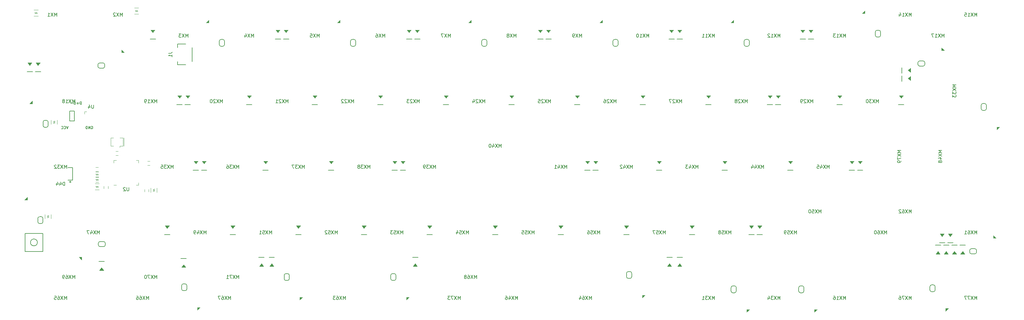
<source format=gbr>
G04 #@! TF.GenerationSoftware,KiCad,Pcbnew,(5.1.10)-1*
G04 #@! TF.CreationDate,2022-03-02T23:20:40+07:00*
G04 #@! TF.ProjectId,averange65,61766572-616e-4676-9536-352e6b696361,rev?*
G04 #@! TF.SameCoordinates,Original*
G04 #@! TF.FileFunction,Legend,Bot*
G04 #@! TF.FilePolarity,Positive*
%FSLAX46Y46*%
G04 Gerber Fmt 4.6, Leading zero omitted, Abs format (unit mm)*
G04 Created by KiCad (PCBNEW (5.1.10)-1) date 2022-03-02 23:20:40*
%MOMM*%
%LPD*%
G01*
G04 APERTURE LIST*
%ADD10C,0.187500*%
%ADD11C,0.100000*%
%ADD12C,0.150000*%
%ADD13C,0.120000*%
G04 APERTURE END LIST*
D10*
X17766219Y-70903995D02*
X17766219Y-70153995D01*
X17587647Y-70153995D01*
X17480505Y-70189710D01*
X17409076Y-70261138D01*
X17373362Y-70332567D01*
X17337647Y-70475424D01*
X17337647Y-70582567D01*
X17373362Y-70725424D01*
X17409076Y-70796852D01*
X17480505Y-70868281D01*
X17587647Y-70903995D01*
X17766219Y-70903995D01*
X17016219Y-70618281D02*
X16444790Y-70618281D01*
X16730505Y-70903995D02*
X16730505Y-70332567D01*
X15980274Y-70903995D02*
X15980274Y-70153995D01*
X15801702Y-70153995D01*
X15694560Y-70189710D01*
X15623131Y-70261138D01*
X15587417Y-70332567D01*
X15551702Y-70475424D01*
X15551702Y-70582567D01*
X15587417Y-70725424D01*
X15623131Y-70796852D01*
X15694560Y-70868281D01*
X15801702Y-70903995D01*
X15980274Y-70903995D01*
X15230274Y-70618281D02*
X14658845Y-70618281D01*
X20653508Y-77333490D02*
X20724937Y-77297775D01*
X20832080Y-77297775D01*
X20939222Y-77333490D01*
X21010651Y-77404918D01*
X21046365Y-77476347D01*
X21082080Y-77619204D01*
X21082080Y-77726347D01*
X21046365Y-77869204D01*
X21010651Y-77940632D01*
X20939222Y-78012061D01*
X20832080Y-78047775D01*
X20760651Y-78047775D01*
X20653508Y-78012061D01*
X20617794Y-77976347D01*
X20617794Y-77726347D01*
X20760651Y-77726347D01*
X20296365Y-78047775D02*
X20296365Y-77297775D01*
X19867794Y-78047775D01*
X19867794Y-77297775D01*
X19510651Y-78047775D02*
X19510651Y-77297775D01*
X19332080Y-77297775D01*
X19224937Y-77333490D01*
X19153508Y-77404918D01*
X19117794Y-77476347D01*
X19082080Y-77619204D01*
X19082080Y-77726347D01*
X19117794Y-77869204D01*
X19153508Y-77940632D01*
X19224937Y-78012061D01*
X19332080Y-78047775D01*
X19510651Y-78047775D01*
X13938300Y-77297775D02*
X13688300Y-78047775D01*
X13438300Y-77297775D01*
X12759728Y-77976347D02*
X12795442Y-78012061D01*
X12902585Y-78047775D01*
X12974014Y-78047775D01*
X13081157Y-78012061D01*
X13152585Y-77940632D01*
X13188300Y-77869204D01*
X13224014Y-77726347D01*
X13224014Y-77619204D01*
X13188300Y-77476347D01*
X13152585Y-77404918D01*
X13081157Y-77333490D01*
X12974014Y-77297775D01*
X12902585Y-77297775D01*
X12795442Y-77333490D01*
X12759728Y-77369204D01*
X12009728Y-77976347D02*
X12045442Y-78012061D01*
X12152585Y-78047775D01*
X12224014Y-78047775D01*
X12331157Y-78012061D01*
X12402585Y-77940632D01*
X12438300Y-77869204D01*
X12474014Y-77726347D01*
X12474014Y-77619204D01*
X12438300Y-77476347D01*
X12402585Y-77404918D01*
X12331157Y-77333490D01*
X12224014Y-77297775D01*
X12152585Y-77297775D01*
X12045442Y-77333490D01*
X12009728Y-77369204D01*
D11*
G36*
X2086250Y-97915983D02*
G01*
X2086250Y-98715983D01*
X1286250Y-98715983D01*
X2086250Y-97915983D01*
G37*
X2086250Y-97915983D02*
X2086250Y-98715983D01*
X1286250Y-98715983D01*
X2086250Y-97915983D01*
D12*
X6136250Y-103565983D02*
X5636250Y-103565983D01*
X6636250Y-105065983D02*
X6636250Y-104065983D01*
X5636250Y-105565983D02*
X6136250Y-105565983D01*
X5136250Y-104065983D02*
X5136250Y-105065983D01*
X5136250Y-105065983D02*
G75*
G03*
X5636250Y-105565983I500000J0D01*
G01*
X5636250Y-103565983D02*
G75*
G03*
X5136250Y-104065983I0J-500000D01*
G01*
X6636250Y-104065983D02*
G75*
G03*
X6136250Y-103565983I-500000J0D01*
G01*
X6136250Y-105565983D02*
G75*
G03*
X6636250Y-105065983I0J500000D01*
G01*
X45716250Y-58442500D02*
X45716250Y-59442500D01*
X45716250Y-59442500D02*
X48116250Y-59442500D01*
X49916250Y-58442500D02*
X49916250Y-54442500D01*
X48116250Y-53442500D02*
X45716250Y-53442500D01*
X45716250Y-53442500D02*
X45716250Y-54442500D01*
X5008433Y-111045678D02*
G75*
G03*
X5008433Y-111045678I-1000000J0D01*
G01*
X1408433Y-113645678D02*
X6608433Y-113645678D01*
X1408433Y-108445678D02*
X1408433Y-113645678D01*
X6608433Y-108445678D02*
X1408433Y-108445678D01*
X6608433Y-113645678D02*
X6608433Y-108445678D01*
D11*
G36*
X266541466Y-113622243D02*
G01*
X265941466Y-114422243D01*
X267141466Y-114422243D01*
X266541466Y-113622243D01*
G37*
X266541466Y-113622243D02*
X265941466Y-114422243D01*
X267141466Y-114422243D01*
X266541466Y-113622243D01*
D12*
X267341466Y-111822243D02*
X265741466Y-111822243D01*
X274485666Y-111822322D02*
X272885666Y-111822322D01*
D11*
G36*
X273685666Y-113622322D02*
G01*
X273085666Y-114422322D01*
X274285666Y-114422322D01*
X273685666Y-113622322D01*
G37*
X273685666Y-113622322D02*
X273085666Y-114422322D01*
X274285666Y-114422322D01*
X273685666Y-113622322D01*
D12*
X272104410Y-111822322D02*
X270504410Y-111822322D01*
D11*
G36*
X271304410Y-113622322D02*
G01*
X270704410Y-114422322D01*
X271904410Y-114422322D01*
X271304410Y-113622322D01*
G37*
X271304410Y-113622322D02*
X270704410Y-114422322D01*
X271904410Y-114422322D01*
X271304410Y-113622322D01*
D12*
X269722718Y-111822243D02*
X268122718Y-111822243D01*
D11*
G36*
X268922718Y-113622243D02*
G01*
X268322718Y-114422243D01*
X269522718Y-114422243D01*
X268922718Y-113622243D01*
G37*
X268922718Y-113622243D02*
X268322718Y-114422243D01*
X269522718Y-114422243D01*
X268922718Y-113622243D01*
D12*
X192332660Y-115394375D02*
X190732660Y-115394375D01*
D11*
G36*
X191532660Y-117194375D02*
G01*
X190932660Y-117994375D01*
X192132660Y-117994375D01*
X191532660Y-117194375D01*
G37*
X191532660Y-117194375D02*
X190932660Y-117994375D01*
X192132660Y-117994375D01*
X191532660Y-117194375D01*
D12*
X189356085Y-115394375D02*
X187756085Y-115394375D01*
D11*
G36*
X188556085Y-117194375D02*
G01*
X187956085Y-117994375D01*
X189156085Y-117994375D01*
X188556085Y-117194375D01*
G37*
X188556085Y-117194375D02*
X187956085Y-117994375D01*
X189156085Y-117994375D01*
X188556085Y-117194375D01*
D12*
X115536655Y-115394125D02*
X113936655Y-115394125D01*
D11*
G36*
X114736655Y-117194125D02*
G01*
X114136655Y-117994125D01*
X115336655Y-117994125D01*
X114736655Y-117194125D01*
G37*
X114736655Y-117194125D02*
X114136655Y-117994125D01*
X115336655Y-117994125D01*
X114736655Y-117194125D01*
D12*
X73864975Y-115394375D02*
X72264975Y-115394375D01*
D11*
G36*
X73064975Y-117194375D02*
G01*
X72464975Y-117994375D01*
X73664975Y-117994375D01*
X73064975Y-117194375D01*
G37*
X73064975Y-117194375D02*
X72464975Y-117994375D01*
X73664975Y-117994375D01*
X73064975Y-117194375D01*
D12*
X70888400Y-115394250D02*
X69288400Y-115394250D01*
D11*
G36*
X70088400Y-117194250D02*
G01*
X69488400Y-117994250D01*
X70688400Y-117994250D01*
X70088400Y-117194250D01*
G37*
X70088400Y-117194250D02*
X69488400Y-117994250D01*
X70688400Y-117994250D01*
X70088400Y-117194250D01*
D12*
X48266358Y-115691907D02*
X46666358Y-115691907D01*
D11*
G36*
X47466358Y-117491907D02*
G01*
X46866358Y-118291907D01*
X48066358Y-118291907D01*
X47466358Y-117491907D01*
G37*
X47466358Y-117491907D02*
X46866358Y-118291907D01*
X48066358Y-118291907D01*
X47466358Y-117491907D01*
D12*
X24453798Y-116584878D02*
X22853798Y-116584878D01*
D11*
G36*
X23653798Y-118384878D02*
G01*
X23053798Y-119184878D01*
X24253798Y-119184878D01*
X23653798Y-118384878D01*
G37*
X23653798Y-118384878D02*
X23053798Y-119184878D01*
X24253798Y-119184878D01*
X23653798Y-118384878D01*
D12*
X269313788Y-111162153D02*
X270913788Y-111162153D01*
D11*
G36*
X270113788Y-109362153D02*
G01*
X270713788Y-108562153D01*
X269513788Y-108562153D01*
X270113788Y-109362153D01*
G37*
X270113788Y-109362153D02*
X270713788Y-108562153D01*
X269513788Y-108562153D01*
X270113788Y-109362153D01*
D12*
X266932532Y-111162153D02*
X268532532Y-111162153D01*
D11*
G36*
X267732532Y-109362153D02*
G01*
X268332532Y-108562153D01*
X267132532Y-108562153D01*
X267732532Y-109362153D01*
G37*
X267732532Y-109362153D02*
X268332532Y-108562153D01*
X267132532Y-108562153D01*
X267732532Y-109362153D01*
D12*
X213949061Y-108781265D02*
X215549061Y-108781265D01*
D11*
G36*
X214749061Y-106981265D02*
G01*
X215349061Y-106181265D01*
X214149061Y-106181265D01*
X214749061Y-106981265D01*
G37*
X214749061Y-106981265D02*
X215349061Y-106181265D01*
X214149061Y-106181265D01*
X214749061Y-106981265D01*
D12*
X211568831Y-108781265D02*
X213168831Y-108781265D01*
D11*
G36*
X212368831Y-106981265D02*
G01*
X212968831Y-106181265D01*
X211768831Y-106181265D01*
X212368831Y-106981265D01*
G37*
X212368831Y-106981265D02*
X212968831Y-106181265D01*
X211768831Y-106181265D01*
X212368831Y-106981265D01*
D12*
X194304690Y-108781265D02*
X195904690Y-108781265D01*
D11*
G36*
X195104690Y-106981265D02*
G01*
X195704690Y-106181265D01*
X194504690Y-106181265D01*
X195104690Y-106981265D01*
G37*
X195104690Y-106981265D02*
X195704690Y-106181265D01*
X194504690Y-106181265D01*
X195104690Y-106981265D01*
D12*
X175254610Y-108781265D02*
X176854610Y-108781265D01*
D11*
G36*
X176054610Y-106981265D02*
G01*
X176654610Y-106181265D01*
X175454610Y-106181265D01*
X176054610Y-106981265D01*
G37*
X176054610Y-106981265D02*
X176654610Y-106181265D01*
X175454610Y-106181265D01*
X176054610Y-106981265D01*
D12*
X156204530Y-108781265D02*
X157804530Y-108781265D01*
D11*
G36*
X157004530Y-106981265D02*
G01*
X157604530Y-106181265D01*
X156404530Y-106181265D01*
X157004530Y-106981265D01*
G37*
X157004530Y-106981265D02*
X157604530Y-106181265D01*
X156404530Y-106181265D01*
X157004530Y-106981265D01*
D12*
X137154450Y-108781265D02*
X138754450Y-108781265D01*
D11*
G36*
X137954450Y-106981265D02*
G01*
X138554450Y-106181265D01*
X137354450Y-106181265D01*
X137954450Y-106981265D01*
G37*
X137954450Y-106981265D02*
X138554450Y-106181265D01*
X137354450Y-106181265D01*
X137954450Y-106981265D01*
D12*
X118104370Y-108781265D02*
X119704370Y-108781265D01*
D11*
G36*
X118904370Y-106981265D02*
G01*
X119504370Y-106181265D01*
X118304370Y-106181265D01*
X118904370Y-106981265D01*
G37*
X118904370Y-106981265D02*
X119504370Y-106181265D01*
X118304370Y-106181265D01*
X118904370Y-106981265D01*
D12*
X99054290Y-108781265D02*
X100654290Y-108781265D01*
D11*
G36*
X99854290Y-106981265D02*
G01*
X100454290Y-106181265D01*
X99254290Y-106181265D01*
X99854290Y-106981265D01*
G37*
X99854290Y-106981265D02*
X100454290Y-106181265D01*
X99254290Y-106181265D01*
X99854290Y-106981265D01*
D12*
X80004210Y-108781265D02*
X81604210Y-108781265D01*
D11*
G36*
X80804210Y-106981265D02*
G01*
X81404210Y-106181265D01*
X80204210Y-106181265D01*
X80804210Y-106981265D01*
G37*
X80804210Y-106981265D02*
X81404210Y-106181265D01*
X80204210Y-106181265D01*
X80804210Y-106981265D01*
D12*
X60954130Y-108781265D02*
X62554130Y-108781265D01*
D11*
G36*
X61754130Y-106981265D02*
G01*
X62354130Y-106181265D01*
X61154130Y-106181265D01*
X61754130Y-106981265D01*
G37*
X61754130Y-106981265D02*
X62354130Y-106181265D01*
X61154130Y-106181265D01*
X61754130Y-106981265D01*
D12*
X41903846Y-108780941D02*
X43503846Y-108780941D01*
D11*
G36*
X42703846Y-106980941D02*
G01*
X43303846Y-106180941D01*
X42103846Y-106180941D01*
X42703846Y-106980941D01*
G37*
X42703846Y-106980941D02*
X43303846Y-106180941D01*
X42103846Y-106180941D01*
X42703846Y-106980941D01*
G36*
X243919572Y-88228471D02*
G01*
X244519572Y-87428471D01*
X243319572Y-87428471D01*
X243919572Y-88228471D01*
G37*
X243919572Y-88228471D02*
X244519572Y-87428471D01*
X243319572Y-87428471D01*
X243919572Y-88228471D01*
D12*
X243119572Y-90028471D02*
X244719572Y-90028471D01*
X240739260Y-90028842D02*
X242339260Y-90028842D01*
D11*
G36*
X241539260Y-88228842D02*
G01*
X242139260Y-87428842D01*
X240939260Y-87428842D01*
X241539260Y-88228842D01*
G37*
X241539260Y-88228842D02*
X242139260Y-87428842D01*
X240939260Y-87428842D01*
X241539260Y-88228842D01*
D12*
X222879810Y-90028842D02*
X224479810Y-90028842D01*
D11*
G36*
X223679810Y-88228842D02*
G01*
X224279810Y-87428842D01*
X223079810Y-87428842D01*
X223679810Y-88228842D01*
G37*
X223679810Y-88228842D02*
X224279810Y-87428842D01*
X223079810Y-87428842D01*
X223679810Y-88228842D01*
D12*
X203829730Y-90028842D02*
X205429730Y-90028842D01*
D11*
G36*
X204629730Y-88228842D02*
G01*
X205229730Y-87428842D01*
X204029730Y-87428842D01*
X204629730Y-88228842D01*
G37*
X204629730Y-88228842D02*
X205229730Y-87428842D01*
X204029730Y-87428842D01*
X204629730Y-88228842D01*
D12*
X184779650Y-90028842D02*
X186379650Y-90028842D01*
D11*
G36*
X185579650Y-88228842D02*
G01*
X186179650Y-87428842D01*
X184979650Y-87428842D01*
X185579650Y-88228842D01*
G37*
X185579650Y-88228842D02*
X186179650Y-87428842D01*
X184979650Y-87428842D01*
X185579650Y-88228842D01*
D12*
X166324195Y-90028842D02*
X167924195Y-90028842D01*
D11*
G36*
X167124195Y-88228842D02*
G01*
X167724195Y-87428842D01*
X166524195Y-87428842D01*
X167124195Y-88228842D01*
G37*
X167124195Y-88228842D02*
X167724195Y-87428842D01*
X166524195Y-87428842D01*
X167124195Y-88228842D01*
D12*
X163942943Y-90028471D02*
X165542943Y-90028471D01*
D11*
G36*
X164742943Y-88228471D02*
G01*
X165342943Y-87428471D01*
X164142943Y-87428471D01*
X164742943Y-88228471D01*
G37*
X164742943Y-88228471D02*
X165342943Y-87428471D01*
X164142943Y-87428471D01*
X164742943Y-88228471D01*
D12*
X110364773Y-90028471D02*
X111964773Y-90028471D01*
D11*
G36*
X111164773Y-88228471D02*
G01*
X111764773Y-87428471D01*
X110564773Y-87428471D01*
X111164773Y-88228471D01*
G37*
X111164773Y-88228471D02*
X111764773Y-87428471D01*
X110564773Y-87428471D01*
X111164773Y-88228471D01*
D12*
X107983521Y-90028442D02*
X109583521Y-90028442D01*
D11*
G36*
X108783521Y-88228442D02*
G01*
X109383521Y-87428442D01*
X108183521Y-87428442D01*
X108783521Y-88228442D01*
G37*
X108783521Y-88228442D02*
X109383521Y-87428442D01*
X108183521Y-87428442D01*
X108783521Y-88228442D01*
D12*
X89529250Y-90028842D02*
X91129250Y-90028842D01*
D11*
G36*
X90329250Y-88228842D02*
G01*
X90929250Y-87428842D01*
X89729250Y-87428842D01*
X90329250Y-88228842D01*
G37*
X90329250Y-88228842D02*
X90929250Y-87428842D01*
X89729250Y-87428842D01*
X90329250Y-88228842D01*
D12*
X70479170Y-90028842D02*
X72079170Y-90028842D01*
D11*
G36*
X71279170Y-88228842D02*
G01*
X71879170Y-87428842D01*
X70679170Y-87428842D01*
X71279170Y-88228842D01*
G37*
X71279170Y-88228842D02*
X71879170Y-87428842D01*
X70679170Y-87428842D01*
X71279170Y-88228842D01*
D12*
X50238125Y-90028442D02*
X51838125Y-90028442D01*
D11*
G36*
X51038125Y-88228442D02*
G01*
X51638125Y-87428442D01*
X50438125Y-87428442D01*
X51038125Y-88228442D01*
G37*
X51038125Y-88228442D02*
X51638125Y-87428442D01*
X50438125Y-87428442D01*
X51038125Y-88228442D01*
D12*
X255025832Y-70978550D02*
X256625832Y-70978550D01*
D11*
G36*
X255825832Y-69178550D02*
G01*
X256425832Y-68378550D01*
X255225832Y-68378550D01*
X255825832Y-69178550D01*
G37*
X255825832Y-69178550D02*
X256425832Y-68378550D01*
X255225832Y-68378550D01*
X255825832Y-69178550D01*
D12*
X52619375Y-90028442D02*
X54219375Y-90028442D01*
D11*
G36*
X53419375Y-88228442D02*
G01*
X54019375Y-87428442D01*
X52819375Y-87428442D01*
X53419375Y-88228442D01*
G37*
X53419375Y-88228442D02*
X54019375Y-87428442D01*
X52819375Y-87428442D01*
X53419375Y-88228442D01*
D12*
X237166886Y-70978442D02*
X238766886Y-70978442D01*
D11*
G36*
X237966886Y-69178442D02*
G01*
X238566886Y-68378442D01*
X237366886Y-68378442D01*
X237966886Y-69178442D01*
G37*
X237966886Y-69178442D02*
X238566886Y-68378442D01*
X237366886Y-68378442D01*
X237966886Y-69178442D01*
D12*
X219307920Y-70978762D02*
X220907920Y-70978762D01*
D11*
G36*
X220107920Y-69178762D02*
G01*
X220707920Y-68378762D01*
X219507920Y-68378762D01*
X220107920Y-69178762D01*
G37*
X220107920Y-69178762D02*
X220707920Y-68378762D01*
X219507920Y-68378762D01*
X220107920Y-69178762D01*
D12*
X216926660Y-70978762D02*
X218526660Y-70978762D01*
D11*
G36*
X217726660Y-69178762D02*
G01*
X218326660Y-68378762D01*
X217126660Y-68378762D01*
X217726660Y-69178762D01*
G37*
X217726660Y-69178762D02*
X218326660Y-68378762D01*
X217126660Y-68378762D01*
X217726660Y-69178762D01*
D12*
X199067210Y-70978762D02*
X200667210Y-70978762D01*
D11*
G36*
X199867210Y-69178762D02*
G01*
X200467210Y-68378762D01*
X199267210Y-68378762D01*
X199867210Y-69178762D01*
G37*
X199867210Y-69178762D02*
X200467210Y-68378762D01*
X199267210Y-68378762D01*
X199867210Y-69178762D01*
D12*
X180016426Y-70978442D02*
X181616426Y-70978442D01*
D11*
G36*
X180816426Y-69178442D02*
G01*
X181416426Y-68378442D01*
X180216426Y-68378442D01*
X180816426Y-69178442D01*
G37*
X180816426Y-69178442D02*
X181416426Y-68378442D01*
X180216426Y-68378442D01*
X180816426Y-69178442D01*
D12*
X160967050Y-70978762D02*
X162567050Y-70978762D01*
D11*
G36*
X161767050Y-69178762D02*
G01*
X162367050Y-68378762D01*
X161167050Y-68378762D01*
X161767050Y-69178762D01*
G37*
X161767050Y-69178762D02*
X162367050Y-68378762D01*
X161167050Y-68378762D01*
X161767050Y-69178762D01*
D12*
X141916394Y-70978442D02*
X143516394Y-70978442D01*
D11*
G36*
X142716394Y-69178442D02*
G01*
X143316394Y-68378442D01*
X142116394Y-68378442D01*
X142716394Y-69178442D01*
G37*
X142716394Y-69178442D02*
X143316394Y-68378442D01*
X142116394Y-68378442D01*
X142716394Y-69178442D01*
D12*
X122866378Y-70978442D02*
X124466378Y-70978442D01*
D11*
G36*
X123666378Y-69178442D02*
G01*
X124266378Y-68378442D01*
X123066378Y-68378442D01*
X123666378Y-69178442D01*
G37*
X123666378Y-69178442D02*
X124266378Y-68378442D01*
X123066378Y-68378442D01*
X123666378Y-69178442D01*
D12*
X103816362Y-70978442D02*
X105416362Y-70978442D01*
D11*
G36*
X104616362Y-69178442D02*
G01*
X105216362Y-68378442D01*
X104016362Y-68378442D01*
X104616362Y-69178442D01*
G37*
X104616362Y-69178442D02*
X105216362Y-68378442D01*
X104016362Y-68378442D01*
X104616362Y-69178442D01*
D12*
X84766346Y-70978442D02*
X86366346Y-70978442D01*
D11*
G36*
X85566346Y-69178442D02*
G01*
X86166346Y-68378442D01*
X84966346Y-68378442D01*
X85566346Y-69178442D01*
G37*
X85566346Y-69178442D02*
X86166346Y-68378442D01*
X84966346Y-68378442D01*
X85566346Y-69178442D01*
D12*
X65716330Y-70978442D02*
X67316330Y-70978442D01*
D11*
G36*
X66516330Y-69178442D02*
G01*
X67116330Y-68378442D01*
X65916330Y-68378442D01*
X66516330Y-69178442D01*
G37*
X66516330Y-69178442D02*
X67116330Y-68378442D01*
X65916330Y-68378442D01*
X66516330Y-69178442D01*
D12*
X45475730Y-70978762D02*
X47075730Y-70978762D01*
D11*
G36*
X46275730Y-69178762D02*
G01*
X46875730Y-68378762D01*
X45675730Y-68378762D01*
X46275730Y-69178762D01*
G37*
X46275730Y-69178762D02*
X46875730Y-68378762D01*
X45675730Y-68378762D01*
X46275730Y-69178762D01*
D12*
X47856986Y-70978502D02*
X49456986Y-70978502D01*
D11*
G36*
X48656986Y-69178502D02*
G01*
X49256986Y-68378502D01*
X48056986Y-68378502D01*
X48656986Y-69178502D01*
G37*
X48656986Y-69178502D02*
X49256986Y-68378502D01*
X48056986Y-68378502D01*
X48656986Y-69178502D01*
D12*
X256006836Y-62621272D02*
X256006836Y-64221272D01*
D11*
G36*
X257806836Y-63421272D02*
G01*
X258606836Y-64021272D01*
X258606836Y-62821272D01*
X257806836Y-63421272D01*
G37*
X257806836Y-63421272D02*
X258606836Y-64021272D01*
X258606836Y-62821272D01*
X257806836Y-63421272D01*
D12*
X256006836Y-60240016D02*
X256006836Y-61840016D01*
D11*
G36*
X257806836Y-61040016D02*
G01*
X258606836Y-61640016D01*
X258606836Y-60440016D01*
X257806836Y-61040016D01*
G37*
X257806836Y-61040016D02*
X258606836Y-61640016D01*
X258606836Y-60440016D01*
X257806836Y-61040016D01*
D12*
X228832960Y-51928679D02*
X230432960Y-51928679D01*
D11*
G36*
X229632960Y-50128679D02*
G01*
X230232960Y-49328679D01*
X229032960Y-49328679D01*
X229632960Y-50128679D01*
G37*
X229632960Y-50128679D02*
X230232960Y-49328679D01*
X229032960Y-49328679D01*
X229632960Y-50128679D01*
D12*
X226450840Y-51928439D02*
X228050840Y-51928439D01*
D11*
G36*
X227250840Y-50128439D02*
G01*
X227850840Y-49328439D01*
X226650840Y-49328439D01*
X227250840Y-50128439D01*
G37*
X227250840Y-50128439D02*
X227850840Y-49328439D01*
X226650840Y-49328439D01*
X227250840Y-50128439D01*
D12*
X190732800Y-51928439D02*
X192332800Y-51928439D01*
D11*
G36*
X191532800Y-50128439D02*
G01*
X192132800Y-49328439D01*
X190932800Y-49328439D01*
X191532800Y-50128439D01*
G37*
X191532800Y-50128439D02*
X192132800Y-49328439D01*
X190932800Y-49328439D01*
X191532800Y-50128439D01*
D12*
X188350808Y-51928439D02*
X189950808Y-51928439D01*
D11*
G36*
X189150808Y-50128439D02*
G01*
X189750808Y-49328439D01*
X188550808Y-49328439D01*
X189150808Y-50128439D01*
G37*
X189150808Y-50128439D02*
X189750808Y-49328439D01*
X188550808Y-49328439D01*
X189150808Y-50128439D01*
D12*
X152632640Y-51928439D02*
X154232640Y-51928439D01*
D11*
G36*
X153432640Y-50128439D02*
G01*
X154032640Y-49328439D01*
X152832640Y-49328439D01*
X153432640Y-50128439D01*
G37*
X153432640Y-50128439D02*
X154032640Y-49328439D01*
X152832640Y-49328439D01*
X153432640Y-50128439D01*
D12*
X150250776Y-51928439D02*
X151850776Y-51928439D01*
D11*
G36*
X151050776Y-50128439D02*
G01*
X151650776Y-49328439D01*
X150450776Y-49328439D01*
X151050776Y-50128439D01*
G37*
X151050776Y-50128439D02*
X151650776Y-49328439D01*
X150450776Y-49328439D01*
X151050776Y-50128439D01*
D12*
X114532480Y-51928439D02*
X116132480Y-51928439D01*
D11*
G36*
X115332480Y-50128439D02*
G01*
X115932480Y-49328439D01*
X114732480Y-49328439D01*
X115332480Y-50128439D01*
G37*
X115332480Y-50128439D02*
X115932480Y-49328439D01*
X114732480Y-49328439D01*
X115332480Y-50128439D01*
D12*
X112150744Y-51928439D02*
X113750744Y-51928439D01*
D11*
G36*
X112950744Y-50128439D02*
G01*
X113550744Y-49328439D01*
X112350744Y-49328439D01*
X112950744Y-50128439D01*
G37*
X112950744Y-50128439D02*
X113550744Y-49328439D01*
X112350744Y-49328439D01*
X112950744Y-50128439D01*
D12*
X76432320Y-51928679D02*
X78032320Y-51928679D01*
D11*
G36*
X77232320Y-50128679D02*
G01*
X77832320Y-49328679D01*
X76632320Y-49328679D01*
X77232320Y-50128679D01*
G37*
X77232320Y-50128679D02*
X77832320Y-49328679D01*
X76632320Y-49328679D01*
X77232320Y-50128679D01*
D12*
X74050712Y-51928439D02*
X75650712Y-51928439D01*
D11*
G36*
X74850712Y-50128439D02*
G01*
X75450712Y-49328439D01*
X74250712Y-49328439D01*
X74850712Y-50128439D01*
G37*
X74850712Y-50128439D02*
X75450712Y-49328439D01*
X74250712Y-49328439D01*
X74850712Y-50128439D01*
D12*
X37736587Y-51928439D02*
X39336587Y-51928439D01*
D11*
G36*
X38536587Y-50128439D02*
G01*
X39136587Y-49328439D01*
X37936587Y-49328439D01*
X38536587Y-50128439D01*
G37*
X38536587Y-50128439D02*
X39136587Y-49328439D01*
X37936587Y-49328439D01*
X38536587Y-50128439D01*
D12*
X4399059Y-61453447D02*
X5999059Y-61453447D01*
D11*
G36*
X5199059Y-59653447D02*
G01*
X5799059Y-58853447D01*
X4599059Y-58853447D01*
X5199059Y-59653447D01*
G37*
X5199059Y-59653447D02*
X5799059Y-58853447D01*
X4599059Y-58853447D01*
X5199059Y-59653447D01*
D12*
X2017807Y-61453447D02*
X3617807Y-61453447D01*
D11*
G36*
X2817807Y-59653447D02*
G01*
X3417807Y-58853447D01*
X2217807Y-58853447D01*
X2817807Y-59653447D01*
G37*
X2817807Y-59653447D02*
X3417807Y-58853447D01*
X2217807Y-58853447D01*
X2817807Y-59653447D01*
D12*
X14423750Y-72870400D02*
X14423750Y-75770400D01*
X14423750Y-72870400D02*
X15723750Y-72870400D01*
X15723750Y-72870400D02*
X15723750Y-75770400D01*
X15723750Y-75770400D02*
X14423750Y-75770400D01*
D13*
X7216250Y-102902500D02*
X7216250Y-104102500D01*
X8976250Y-104102500D02*
X8976250Y-102902500D01*
D11*
X8296250Y-103352500D02*
X7896250Y-103252500D01*
X7896250Y-103452500D02*
X8296250Y-103352500D01*
X7896250Y-103652500D02*
X8296250Y-103552500D01*
X7896250Y-103852500D02*
X8296250Y-103752500D01*
X8296250Y-103752500D02*
X7896250Y-103652500D01*
X7896250Y-103252500D02*
X8296250Y-103152500D01*
X8296250Y-103552500D02*
X7896250Y-103452500D01*
D13*
X37954305Y-95265289D02*
X37954305Y-96465289D01*
X39714305Y-96465289D02*
X39714305Y-95265289D01*
D11*
X39034305Y-95715289D02*
X38634305Y-95615289D01*
X38634305Y-95815289D02*
X39034305Y-95715289D01*
X38634305Y-96015289D02*
X39034305Y-95915289D01*
X38634305Y-96215289D02*
X39034305Y-96115289D01*
X39034305Y-96115289D02*
X38634305Y-96015289D01*
X38634305Y-95615289D02*
X39034305Y-95515289D01*
X39034305Y-95915289D02*
X38634305Y-95815289D01*
D13*
X22739597Y-90603246D02*
X21889597Y-90603246D01*
X22739597Y-92003246D02*
X21889597Y-92003246D01*
D11*
X22064597Y-91503246D02*
X21964597Y-91103246D01*
X22564597Y-91103246D02*
X22464597Y-91503246D01*
X22664597Y-91503246D02*
X22564597Y-91103246D01*
X22464597Y-91503246D02*
X22364597Y-91103246D01*
X22364597Y-91103246D02*
X22264597Y-91503246D01*
X22264597Y-91503246D02*
X22164597Y-91103246D01*
X22164597Y-91103246D02*
X22064597Y-91503246D01*
D13*
X22739597Y-92138023D02*
X21889597Y-92138023D01*
X22739597Y-93538023D02*
X21889597Y-93538023D01*
D11*
X22064597Y-93038023D02*
X21964597Y-92638023D01*
X22564597Y-92638023D02*
X22464597Y-93038023D01*
X22664597Y-93038023D02*
X22564597Y-92638023D01*
X22464597Y-93038023D02*
X22364597Y-92638023D01*
X22364597Y-92638023D02*
X22264597Y-93038023D01*
X22264597Y-93038023D02*
X22164597Y-92638023D01*
X22164597Y-92638023D02*
X22064597Y-93038023D01*
D13*
X33174083Y-44655309D02*
X34374083Y-44655309D01*
X34374083Y-42895309D02*
X33174083Y-42895309D01*
D11*
X33624083Y-43575309D02*
X33524083Y-43975309D01*
X33724083Y-43975309D02*
X33624083Y-43575309D01*
X33924083Y-43975309D02*
X33824083Y-43575309D01*
X34124083Y-43975309D02*
X34024083Y-43575309D01*
X34024083Y-43575309D02*
X33924083Y-43975309D01*
X33524083Y-43975309D02*
X33424083Y-43575309D01*
X33824083Y-43575309D02*
X33724083Y-43975309D01*
D13*
X5203746Y-43490622D02*
X4003746Y-43490622D01*
X4003746Y-45250622D02*
X5203746Y-45250622D01*
D11*
X4753746Y-44570622D02*
X4853746Y-44170622D01*
X4653746Y-44170622D02*
X4753746Y-44570622D01*
X4453746Y-44170622D02*
X4553746Y-44570622D01*
X4253746Y-44170622D02*
X4353746Y-44570622D01*
X4353746Y-44570622D02*
X4453746Y-44170622D01*
X4853746Y-44170622D02*
X4953746Y-44570622D01*
X4553746Y-44570622D02*
X4653746Y-44170622D01*
D13*
X37656250Y-87411000D02*
X36956250Y-87411000D01*
X36956250Y-88611000D02*
X37656250Y-88611000D01*
X21964597Y-90403246D02*
X22664597Y-90403246D01*
X22664597Y-89203246D02*
X21964597Y-89203246D01*
X27768653Y-85749637D02*
X28468653Y-85749637D01*
X28468653Y-84549637D02*
X27768653Y-84549637D01*
X36150706Y-95662000D02*
X36150706Y-96362000D01*
X37350706Y-96362000D02*
X37350706Y-95662000D01*
X24323750Y-94697500D02*
X24323750Y-95397500D01*
X25523750Y-95397500D02*
X25523750Y-94697500D01*
D12*
X265691910Y-124871617D02*
X265691910Y-123871617D01*
X265191910Y-123371617D02*
X264691910Y-123371617D01*
X264191910Y-123871617D02*
X264191910Y-124871617D01*
X264691910Y-125371617D02*
X265191910Y-125371617D01*
D11*
G36*
X268741910Y-131021617D02*
G01*
X268741910Y-130221617D01*
X269541910Y-130221617D01*
X268741910Y-131021617D01*
G37*
X268741910Y-131021617D02*
X268741910Y-130221617D01*
X269541910Y-130221617D01*
X268741910Y-131021617D01*
D12*
X264691910Y-123371617D02*
G75*
G03*
X264191910Y-123871617I0J-500000D01*
G01*
X264191910Y-124871617D02*
G75*
G03*
X264691910Y-125371617I500000J0D01*
G01*
X265191910Y-125371617D02*
G75*
G03*
X265691910Y-124871617I0J500000D01*
G01*
X265691910Y-123871617D02*
G75*
G03*
X265191910Y-123371617I-500000J0D01*
G01*
D11*
G36*
X230641434Y-131319129D02*
G01*
X230641434Y-130519129D01*
X231441434Y-130519129D01*
X230641434Y-131319129D01*
G37*
X230641434Y-131319129D02*
X230641434Y-130519129D01*
X231441434Y-130519129D01*
X230641434Y-131319129D01*
D12*
X226591434Y-125669129D02*
X227091434Y-125669129D01*
X226091434Y-124169129D02*
X226091434Y-125169129D01*
X227091434Y-123669129D02*
X226591434Y-123669129D01*
X227591434Y-125169129D02*
X227591434Y-124169129D01*
X227591434Y-124169129D02*
G75*
G03*
X227091434Y-123669129I-500000J0D01*
G01*
X227091434Y-125669129D02*
G75*
G03*
X227591434Y-125169129I0J500000D01*
G01*
X226091434Y-125169129D02*
G75*
G03*
X226591434Y-125669129I500000J0D01*
G01*
X226591434Y-123669129D02*
G75*
G03*
X226091434Y-124169129I0J-500000D01*
G01*
X207946105Y-125169129D02*
X207946105Y-124169129D01*
X207446105Y-123669129D02*
X206946105Y-123669129D01*
X206446105Y-124169129D02*
X206446105Y-125169129D01*
X206946105Y-125669129D02*
X207446105Y-125669129D01*
D11*
G36*
X210996105Y-131319129D02*
G01*
X210996105Y-130519129D01*
X211796105Y-130519129D01*
X210996105Y-131319129D01*
G37*
X210996105Y-131319129D02*
X210996105Y-130519129D01*
X211796105Y-130519129D01*
X210996105Y-131319129D01*
D12*
X206946105Y-123669129D02*
G75*
G03*
X206446105Y-124169129I0J-500000D01*
G01*
X206446105Y-125169129D02*
G75*
G03*
X206946105Y-125669129I500000J0D01*
G01*
X207446105Y-125669129D02*
G75*
G03*
X207946105Y-125169129I0J500000D01*
G01*
X207946105Y-124169129D02*
G75*
G03*
X207446105Y-123669129I-500000J0D01*
G01*
X177585730Y-121002210D02*
X177585730Y-120002210D01*
X177085730Y-119502210D02*
X176585730Y-119502210D01*
X176085730Y-120002210D02*
X176085730Y-121002210D01*
X176585730Y-121502210D02*
X177085730Y-121502210D01*
D11*
G36*
X180635730Y-127152210D02*
G01*
X180635730Y-126352210D01*
X181435730Y-126352210D01*
X180635730Y-127152210D01*
G37*
X180635730Y-127152210D02*
X180635730Y-126352210D01*
X181435730Y-126352210D01*
X180635730Y-127152210D01*
D12*
X176585730Y-119502210D02*
G75*
G03*
X176085730Y-120002210I0J-500000D01*
G01*
X176085730Y-121002210D02*
G75*
G03*
X176585730Y-121502210I500000J0D01*
G01*
X177085730Y-121502210D02*
G75*
G03*
X177585730Y-121002210I0J500000D01*
G01*
X177585730Y-120002210D02*
G75*
G03*
X177085730Y-119502210I-500000J0D01*
G01*
X109124505Y-121597525D02*
X109124505Y-120597525D01*
X108624505Y-120097525D02*
X108124505Y-120097525D01*
X107624505Y-120597525D02*
X107624505Y-121597525D01*
X108124505Y-122097525D02*
X108624505Y-122097525D01*
D11*
G36*
X112174505Y-127747525D02*
G01*
X112174505Y-126947525D01*
X112974505Y-126947525D01*
X112174505Y-127747525D01*
G37*
X112174505Y-127747525D02*
X112174505Y-126947525D01*
X112974505Y-126947525D01*
X112174505Y-127747525D01*
D12*
X108124505Y-120097525D02*
G75*
G03*
X107624505Y-120597525I0J-500000D01*
G01*
X107624505Y-121597525D02*
G75*
G03*
X108124505Y-122097525I500000J0D01*
G01*
X108624505Y-122097525D02*
G75*
G03*
X109124505Y-121597525I0J500000D01*
G01*
X109124505Y-120597525D02*
G75*
G03*
X108624505Y-120097525I-500000J0D01*
G01*
X78168125Y-121597525D02*
X78168125Y-120597525D01*
X77668125Y-120097525D02*
X77168125Y-120097525D01*
X76668125Y-120597525D02*
X76668125Y-121597525D01*
X77168125Y-122097525D02*
X77668125Y-122097525D01*
D11*
G36*
X81218125Y-127747525D02*
G01*
X81218125Y-126947525D01*
X82018125Y-126947525D01*
X81218125Y-127747525D01*
G37*
X81218125Y-127747525D02*
X81218125Y-126947525D01*
X82018125Y-126947525D01*
X81218125Y-127747525D01*
D12*
X77168125Y-120097525D02*
G75*
G03*
X76668125Y-120597525I0J-500000D01*
G01*
X76668125Y-121597525D02*
G75*
G03*
X77168125Y-122097525I500000J0D01*
G01*
X77668125Y-122097525D02*
G75*
G03*
X78168125Y-121597525I0J500000D01*
G01*
X78168125Y-120597525D02*
G75*
G03*
X77668125Y-120097525I-500000J0D01*
G01*
X48402221Y-124573816D02*
X48402221Y-123573816D01*
X47902221Y-123073816D02*
X47402221Y-123073816D01*
X46902221Y-123573816D02*
X46902221Y-124573816D01*
X47402221Y-125073816D02*
X47902221Y-125073816D01*
D11*
G36*
X51452221Y-130723816D02*
G01*
X51452221Y-129923816D01*
X52252221Y-129923816D01*
X51452221Y-130723816D01*
G37*
X51452221Y-130723816D02*
X51452221Y-129923816D01*
X52252221Y-129923816D01*
X51452221Y-130723816D01*
D12*
X47402221Y-123073816D02*
G75*
G03*
X46902221Y-123573816I0J-500000D01*
G01*
X46902221Y-124573816D02*
G75*
G03*
X47402221Y-125073816I500000J0D01*
G01*
X47902221Y-125073816D02*
G75*
G03*
X48402221Y-124573816I0J500000D01*
G01*
X48402221Y-123573816D02*
G75*
G03*
X47902221Y-123073816I-500000J0D01*
G01*
X23222542Y-112279395D02*
X24222542Y-112279395D01*
X24722542Y-111779395D02*
X24722542Y-111279395D01*
X24222542Y-110779395D02*
X23222542Y-110779395D01*
X22722542Y-111279395D02*
X22722542Y-111779395D01*
D11*
G36*
X17072542Y-115329395D02*
G01*
X17872542Y-115329395D01*
X17872542Y-116129395D01*
X17072542Y-115329395D01*
G37*
X17072542Y-115329395D02*
X17872542Y-115329395D01*
X17872542Y-116129395D01*
X17072542Y-115329395D01*
D12*
X24722542Y-111279395D02*
G75*
G03*
X24222542Y-110779395I-500000J0D01*
G01*
X23222542Y-110779395D02*
G75*
G03*
X22722542Y-111279395I0J-500000D01*
G01*
X22722542Y-111779395D02*
G75*
G03*
X23222542Y-112279395I500000J0D01*
G01*
X24222542Y-112279395D02*
G75*
G03*
X24722542Y-111779395I0J500000D01*
G01*
X6644520Y-76086600D02*
X6644520Y-77086600D01*
X7144520Y-77586600D02*
X7644520Y-77586600D01*
X8144520Y-77086600D02*
X8144520Y-76086600D01*
X7644520Y-75586600D02*
X7144520Y-75586600D01*
D11*
G36*
X3594520Y-69936600D02*
G01*
X3594520Y-70736600D01*
X2794520Y-70736600D01*
X3594520Y-69936600D01*
G37*
X3594520Y-69936600D02*
X3594520Y-70736600D01*
X2794520Y-70736600D01*
X3594520Y-69936600D01*
D12*
X7644520Y-77586600D02*
G75*
G03*
X8144520Y-77086600I0J500000D01*
G01*
X8144520Y-76086600D02*
G75*
G03*
X7644520Y-75586600I-500000J0D01*
G01*
X7144520Y-75586600D02*
G75*
G03*
X6644520Y-76086600I0J-500000D01*
G01*
X6644520Y-77086600D02*
G75*
G03*
X7144520Y-77586600I500000J0D01*
G01*
X277227750Y-112864000D02*
X276227750Y-112864000D01*
X275727750Y-113364000D02*
X275727750Y-113864000D01*
X276227750Y-114364000D02*
X277227750Y-114364000D01*
X277727750Y-113864000D02*
X277727750Y-113364000D01*
D11*
G36*
X283377750Y-109814000D02*
G01*
X282577750Y-109814000D01*
X282577750Y-109014000D01*
X283377750Y-109814000D01*
G37*
X283377750Y-109814000D02*
X282577750Y-109814000D01*
X282577750Y-109014000D01*
X283377750Y-109814000D01*
D12*
X275727750Y-113864000D02*
G75*
G03*
X276227750Y-114364000I500000J0D01*
G01*
X277227750Y-114364000D02*
G75*
G03*
X277727750Y-113864000I0J500000D01*
G01*
X277727750Y-113364000D02*
G75*
G03*
X277227750Y-112864000I-500000J0D01*
G01*
X276227750Y-112864000D02*
G75*
G03*
X275727750Y-113364000I0J-500000D01*
G01*
X280574291Y-72186272D02*
X280574291Y-71186272D01*
X280074291Y-70686272D02*
X279574291Y-70686272D01*
X279074291Y-71186272D02*
X279074291Y-72186272D01*
X279574291Y-72686272D02*
X280074291Y-72686272D01*
D11*
G36*
X283624291Y-78336272D02*
G01*
X283624291Y-77536272D01*
X284424291Y-77536272D01*
X283624291Y-78336272D01*
G37*
X283624291Y-78336272D02*
X283624291Y-77536272D01*
X284424291Y-77536272D01*
X283624291Y-78336272D01*
D12*
X279574291Y-70686272D02*
G75*
G03*
X279074291Y-71186272I0J-500000D01*
G01*
X279074291Y-72186272D02*
G75*
G03*
X279574291Y-72686272I500000J0D01*
G01*
X280074291Y-72686272D02*
G75*
G03*
X280574291Y-72186272I0J500000D01*
G01*
X280574291Y-71186272D02*
G75*
G03*
X280074291Y-70686272I-500000J0D01*
G01*
X262210000Y-58317780D02*
X261210000Y-58317780D01*
X260710000Y-58817780D02*
X260710000Y-59317780D01*
X261210000Y-59817780D02*
X262210000Y-59817780D01*
X262710000Y-59317780D02*
X262710000Y-58817780D01*
D11*
G36*
X268360000Y-55267780D02*
G01*
X267560000Y-55267780D01*
X267560000Y-54467780D01*
X268360000Y-55267780D01*
G37*
X268360000Y-55267780D02*
X267560000Y-55267780D01*
X267560000Y-54467780D01*
X268360000Y-55267780D01*
D12*
X260710000Y-59317780D02*
G75*
G03*
X261210000Y-59817780I500000J0D01*
G01*
X262210000Y-59817780D02*
G75*
G03*
X262710000Y-59317780I0J500000D01*
G01*
X262710000Y-58817780D02*
G75*
G03*
X262210000Y-58317780I-500000J0D01*
G01*
X261210000Y-58317780D02*
G75*
G03*
X260710000Y-58817780I0J-500000D01*
G01*
X248341862Y-49892512D02*
X248341862Y-50892512D01*
X248841862Y-51392512D02*
X249341862Y-51392512D01*
X249841862Y-50892512D02*
X249841862Y-49892512D01*
X249341862Y-49392512D02*
X248841862Y-49392512D01*
D11*
G36*
X245291862Y-43742512D02*
G01*
X245291862Y-44542512D01*
X244491862Y-44542512D01*
X245291862Y-43742512D01*
G37*
X245291862Y-43742512D02*
X245291862Y-44542512D01*
X244491862Y-44542512D01*
X245291862Y-43742512D01*
D12*
X249341862Y-51392512D02*
G75*
G03*
X249841862Y-50892512I0J500000D01*
G01*
X249841862Y-49892512D02*
G75*
G03*
X249341862Y-49392512I-500000J0D01*
G01*
X248841862Y-49392512D02*
G75*
G03*
X248341862Y-49892512I0J-500000D01*
G01*
X248341862Y-50892512D02*
G75*
G03*
X248841862Y-51392512I500000J0D01*
G01*
X210242250Y-52571651D02*
X210242250Y-53571651D01*
X210742250Y-54071651D02*
X211242250Y-54071651D01*
X211742250Y-53571651D02*
X211742250Y-52571651D01*
X211242250Y-52071651D02*
X210742250Y-52071651D01*
D11*
G36*
X207192250Y-46421651D02*
G01*
X207192250Y-47221651D01*
X206392250Y-47221651D01*
X207192250Y-46421651D01*
G37*
X207192250Y-46421651D02*
X207192250Y-47221651D01*
X206392250Y-47221651D01*
X207192250Y-46421651D01*
D12*
X211242250Y-54071651D02*
G75*
G03*
X211742250Y-53571651I0J500000D01*
G01*
X211742250Y-52571651D02*
G75*
G03*
X211242250Y-52071651I-500000J0D01*
G01*
X210742250Y-52071651D02*
G75*
G03*
X210242250Y-52571651I0J-500000D01*
G01*
X210242250Y-53571651D02*
G75*
G03*
X210742250Y-54071651I500000J0D01*
G01*
X172142090Y-52571651D02*
X172142090Y-53571651D01*
X172642090Y-54071651D02*
X173142090Y-54071651D01*
X173642090Y-53571651D02*
X173642090Y-52571651D01*
X173142090Y-52071651D02*
X172642090Y-52071651D01*
D11*
G36*
X169092090Y-46421651D02*
G01*
X169092090Y-47221651D01*
X168292090Y-47221651D01*
X169092090Y-46421651D01*
G37*
X169092090Y-46421651D02*
X169092090Y-47221651D01*
X168292090Y-47221651D01*
X169092090Y-46421651D01*
D12*
X173142090Y-54071651D02*
G75*
G03*
X173642090Y-53571651I0J500000D01*
G01*
X173642090Y-52571651D02*
G75*
G03*
X173142090Y-52071651I-500000J0D01*
G01*
X172642090Y-52071651D02*
G75*
G03*
X172142090Y-52571651I0J-500000D01*
G01*
X172142090Y-53571651D02*
G75*
G03*
X172642090Y-54071651I500000J0D01*
G01*
X134041930Y-52571651D02*
X134041930Y-53571651D01*
X134541930Y-54071651D02*
X135041930Y-54071651D01*
X135541930Y-53571651D02*
X135541930Y-52571651D01*
X135041930Y-52071651D02*
X134541930Y-52071651D01*
D11*
G36*
X130991930Y-46421651D02*
G01*
X130991930Y-47221651D01*
X130191930Y-47221651D01*
X130991930Y-46421651D01*
G37*
X130991930Y-46421651D02*
X130991930Y-47221651D01*
X130191930Y-47221651D01*
X130991930Y-46421651D01*
D12*
X135041930Y-54071651D02*
G75*
G03*
X135541930Y-53571651I0J500000D01*
G01*
X135541930Y-52571651D02*
G75*
G03*
X135041930Y-52071651I-500000J0D01*
G01*
X134541930Y-52071651D02*
G75*
G03*
X134041930Y-52571651I0J-500000D01*
G01*
X134041930Y-53571651D02*
G75*
G03*
X134541930Y-54071651I500000J0D01*
G01*
X95941770Y-52571651D02*
X95941770Y-53571651D01*
X96441770Y-54071651D02*
X96941770Y-54071651D01*
X97441770Y-53571651D02*
X97441770Y-52571651D01*
X96941770Y-52071651D02*
X96441770Y-52071651D01*
D11*
G36*
X92891770Y-46421651D02*
G01*
X92891770Y-47221651D01*
X92091770Y-47221651D01*
X92891770Y-46421651D01*
G37*
X92891770Y-46421651D02*
X92891770Y-47221651D01*
X92091770Y-47221651D01*
X92891770Y-46421651D01*
D12*
X96941770Y-54071651D02*
G75*
G03*
X97441770Y-53571651I0J500000D01*
G01*
X97441770Y-52571651D02*
G75*
G03*
X96941770Y-52071651I-500000J0D01*
G01*
X96441770Y-52071651D02*
G75*
G03*
X95941770Y-52571651I0J-500000D01*
G01*
X95941770Y-53571651D02*
G75*
G03*
X96441770Y-54071651I500000J0D01*
G01*
X57841610Y-52571651D02*
X57841610Y-53571651D01*
X58341610Y-54071651D02*
X58841610Y-54071651D01*
X59341610Y-53571651D02*
X59341610Y-52571651D01*
X58841610Y-52071651D02*
X58341610Y-52071651D01*
D11*
G36*
X54791610Y-46421651D02*
G01*
X54791610Y-47221651D01*
X53991610Y-47221651D01*
X54791610Y-46421651D01*
G37*
X54791610Y-46421651D02*
X54791610Y-47221651D01*
X53991610Y-47221651D01*
X54791610Y-46421651D01*
D12*
X58841610Y-54071651D02*
G75*
G03*
X59341610Y-53571651I0J500000D01*
G01*
X59341610Y-52571651D02*
G75*
G03*
X58841610Y-52071651I-500000J0D01*
G01*
X58341610Y-52071651D02*
G75*
G03*
X57841610Y-52571651I0J-500000D01*
G01*
X57841610Y-53571651D02*
G75*
G03*
X58341610Y-54071651I500000J0D01*
G01*
X24085014Y-58912821D02*
X23085014Y-58912821D01*
X22585014Y-59412821D02*
X22585014Y-59912821D01*
X23085014Y-60412821D02*
X24085014Y-60412821D01*
X24585014Y-59912821D02*
X24585014Y-59412821D01*
D11*
G36*
X30235014Y-55862821D02*
G01*
X29435014Y-55862821D01*
X29435014Y-55062821D01*
X30235014Y-55862821D01*
G37*
X30235014Y-55862821D02*
X29435014Y-55862821D01*
X29435014Y-55062821D01*
X30235014Y-55862821D01*
D12*
X22585014Y-59912821D02*
G75*
G03*
X23085014Y-60412821I500000J0D01*
G01*
X24085014Y-60412821D02*
G75*
G03*
X24585014Y-59912821I0J500000D01*
G01*
X24585014Y-59412821D02*
G75*
G03*
X24085014Y-58912821I-500000J0D01*
G01*
X23085014Y-58912821D02*
G75*
G03*
X22585014Y-59412821I0J-500000D01*
G01*
D13*
X22914597Y-93958023D02*
X21714597Y-93958023D01*
X21714597Y-95718023D02*
X22914597Y-95718023D01*
D11*
X22464597Y-95038023D02*
X22564597Y-94638023D01*
X22364597Y-94638023D02*
X22464597Y-95038023D01*
X22164597Y-94638023D02*
X22264597Y-95038023D01*
X21964597Y-94638023D02*
X22064597Y-95038023D01*
X22064597Y-95038023D02*
X22164597Y-94638023D01*
X22564597Y-94638023D02*
X22664597Y-95038023D01*
X22264597Y-95038023D02*
X22364597Y-94638023D01*
D13*
X10754250Y-76673000D02*
X10754250Y-75473000D01*
X8994250Y-75473000D02*
X8994250Y-76673000D01*
D11*
X9674250Y-76223000D02*
X10074250Y-76323000D01*
X10074250Y-76123000D02*
X9674250Y-76223000D01*
X10074250Y-75923000D02*
X9674250Y-76023000D01*
X10074250Y-75723000D02*
X9674250Y-75823000D01*
X9674250Y-75823000D02*
X10074250Y-75923000D01*
X10074250Y-76323000D02*
X9674250Y-76423000D01*
X9674250Y-76023000D02*
X10074250Y-76123000D01*
D12*
X14747502Y-93442532D02*
G75*
G03*
X14747502Y-93442532I-200000J0D01*
G01*
X15247502Y-92942532D02*
X15247502Y-89342532D01*
X15247502Y-89342532D02*
X13847502Y-89342532D01*
X15247502Y-92942532D02*
X13847502Y-92942532D01*
D13*
X18668750Y-73050400D02*
X18668750Y-73685400D01*
X19303750Y-73050400D02*
X18668750Y-73050400D01*
X33682750Y-94415420D02*
X34407750Y-94415420D01*
X34407750Y-94415420D02*
X34407750Y-93690420D01*
X27912750Y-87195420D02*
X27187750Y-87195420D01*
X27187750Y-87195420D02*
X27187750Y-87920420D01*
X33682750Y-87195420D02*
X34407750Y-87195420D01*
X34407750Y-87195420D02*
X34407750Y-87920420D01*
X27912750Y-94415420D02*
X27187750Y-94415420D01*
X26318653Y-83075410D02*
X27118653Y-83075410D01*
X26318653Y-80675410D02*
X26318653Y-82675410D01*
X27118653Y-80675410D02*
X26318653Y-80675410D01*
X29918653Y-80675410D02*
X28918653Y-80675410D01*
X29918653Y-82675410D02*
X29918653Y-80675410D01*
X28918653Y-83075410D02*
X29918653Y-83075410D01*
X28918653Y-83075410D02*
X28918653Y-83475410D01*
X30118653Y-80675410D02*
X30118653Y-82675410D01*
X26318653Y-82675410D02*
X26318653Y-83075410D01*
X29918653Y-82675410D02*
X29918653Y-83075410D01*
X30118653Y-82675410D02*
X30118653Y-83075410D01*
D12*
X13509406Y-89542912D02*
X13509406Y-88542912D01*
X13176073Y-89257198D01*
X12842740Y-88542912D01*
X12842740Y-89542912D01*
X12461787Y-88542912D02*
X11795121Y-89542912D01*
X11795121Y-88542912D02*
X12461787Y-89542912D01*
X11509406Y-88542912D02*
X10890359Y-88542912D01*
X11223692Y-88923865D01*
X11080835Y-88923865D01*
X10985597Y-88971484D01*
X10937978Y-89019103D01*
X10890359Y-89114341D01*
X10890359Y-89352436D01*
X10937978Y-89447674D01*
X10985597Y-89495293D01*
X11080835Y-89542912D01*
X11366549Y-89542912D01*
X11461787Y-89495293D01*
X11509406Y-89447674D01*
X10509406Y-88638151D02*
X10461787Y-88590532D01*
X10366549Y-88542912D01*
X10128454Y-88542912D01*
X10033216Y-88590532D01*
X9985597Y-88638151D01*
X9937978Y-88733389D01*
X9937978Y-88828627D01*
X9985597Y-88971484D01*
X10557025Y-89542912D01*
X9937978Y-89542912D01*
X144478154Y-127642880D02*
X144478154Y-126642880D01*
X144144821Y-127357166D01*
X143811488Y-126642880D01*
X143811488Y-127642880D01*
X143430535Y-126642880D02*
X142763869Y-127642880D01*
X142763869Y-126642880D02*
X143430535Y-127642880D01*
X141954345Y-126976214D02*
X141954345Y-127642880D01*
X142192440Y-126595261D02*
X142430535Y-127309547D01*
X141811488Y-127309547D01*
X141001964Y-126642880D02*
X141192440Y-126642880D01*
X141287678Y-126690500D01*
X141335297Y-126738119D01*
X141430535Y-126880976D01*
X141478154Y-127071452D01*
X141478154Y-127452404D01*
X141430535Y-127547642D01*
X141382916Y-127595261D01*
X141287678Y-127642880D01*
X141097202Y-127642880D01*
X141001964Y-127595261D01*
X140954345Y-127547642D01*
X140906726Y-127452404D01*
X140906726Y-127214309D01*
X140954345Y-127119071D01*
X141001964Y-127071452D01*
X141097202Y-127023833D01*
X141287678Y-127023833D01*
X141382916Y-127071452D01*
X141430535Y-127119071D01*
X141478154Y-127214309D01*
X43068630Y-56109166D02*
X43782916Y-56109166D01*
X43925773Y-56061547D01*
X44021011Y-55966309D01*
X44068630Y-55823452D01*
X44068630Y-55728214D01*
X44068630Y-57109166D02*
X44068630Y-56537738D01*
X44068630Y-56823452D02*
X43068630Y-56823452D01*
X43211488Y-56728214D01*
X43306726Y-56632976D01*
X43354345Y-56537738D01*
X29701964Y-45346880D02*
X29701964Y-44346880D01*
X29368630Y-45061166D01*
X29035297Y-44346880D01*
X29035297Y-45346880D01*
X28654345Y-44346880D02*
X27987678Y-45346880D01*
X27987678Y-44346880D02*
X28654345Y-45346880D01*
X27654345Y-44442119D02*
X27606726Y-44394500D01*
X27511488Y-44346880D01*
X27273392Y-44346880D01*
X27178154Y-44394500D01*
X27130535Y-44442119D01*
X27082916Y-44537357D01*
X27082916Y-44632595D01*
X27130535Y-44775452D01*
X27701964Y-45346880D01*
X27082916Y-45346880D01*
X10651964Y-45346880D02*
X10651964Y-44346880D01*
X10318630Y-45061166D01*
X9985297Y-44346880D01*
X9985297Y-45346880D01*
X9604345Y-44346880D02*
X8937678Y-45346880D01*
X8937678Y-44346880D02*
X9604345Y-45346880D01*
X8032916Y-45346880D02*
X8604345Y-45346880D01*
X8318630Y-45346880D02*
X8318630Y-44346880D01*
X8413869Y-44489738D01*
X8509107Y-44584976D01*
X8604345Y-44632595D01*
X271756350Y-65230595D02*
X270756350Y-65230595D01*
X271470636Y-65563928D01*
X270756350Y-65897261D01*
X271756350Y-65897261D01*
X270756350Y-66278214D02*
X271756350Y-66944880D01*
X270756350Y-66944880D02*
X271756350Y-66278214D01*
X270756350Y-67230595D02*
X270756350Y-67849642D01*
X271137303Y-67516309D01*
X271137303Y-67659166D01*
X271184922Y-67754404D01*
X271232541Y-67802023D01*
X271327779Y-67849642D01*
X271565874Y-67849642D01*
X271661112Y-67802023D01*
X271708731Y-67754404D01*
X271756350Y-67659166D01*
X271756350Y-67373452D01*
X271708731Y-67278214D01*
X271661112Y-67230595D01*
X270756350Y-68182976D02*
X270756350Y-68802023D01*
X271137303Y-68468690D01*
X271137303Y-68611547D01*
X271184922Y-68706785D01*
X271232541Y-68754404D01*
X271327779Y-68802023D01*
X271565874Y-68802023D01*
X271661112Y-68754404D01*
X271708731Y-68706785D01*
X271756350Y-68611547D01*
X271756350Y-68325833D01*
X271708731Y-68230595D01*
X271661112Y-68182976D01*
X53990722Y-108592880D02*
X53990722Y-107592880D01*
X53657389Y-108307166D01*
X53324056Y-107592880D01*
X53324056Y-108592880D01*
X52943103Y-107592880D02*
X52276437Y-108592880D01*
X52276437Y-107592880D02*
X52943103Y-108592880D01*
X51466913Y-107926214D02*
X51466913Y-108592880D01*
X51705008Y-107545261D02*
X51943103Y-108259547D01*
X51324056Y-108259547D01*
X50895484Y-108592880D02*
X50705008Y-108592880D01*
X50609770Y-108545261D01*
X50562151Y-108497642D01*
X50466913Y-108354785D01*
X50419294Y-108164309D01*
X50419294Y-107783357D01*
X50466913Y-107688119D01*
X50514532Y-107640500D01*
X50609770Y-107592880D01*
X50800246Y-107592880D01*
X50895484Y-107640500D01*
X50943103Y-107688119D01*
X50990722Y-107783357D01*
X50990722Y-108021452D01*
X50943103Y-108116690D01*
X50895484Y-108164309D01*
X50800246Y-108211928D01*
X50609770Y-108211928D01*
X50514532Y-108164309D01*
X50466913Y-108116690D01*
X50419294Y-108021452D01*
X258778154Y-102496880D02*
X258778154Y-101496880D01*
X258444821Y-102211166D01*
X258111488Y-101496880D01*
X258111488Y-102496880D01*
X257730535Y-101496880D02*
X257063869Y-102496880D01*
X257063869Y-101496880D02*
X257730535Y-102496880D01*
X256254345Y-101496880D02*
X256444821Y-101496880D01*
X256540059Y-101544500D01*
X256587678Y-101592119D01*
X256682916Y-101734976D01*
X256730535Y-101925452D01*
X256730535Y-102306404D01*
X256682916Y-102401642D01*
X256635297Y-102449261D01*
X256540059Y-102496880D01*
X256349583Y-102496880D01*
X256254345Y-102449261D01*
X256206726Y-102401642D01*
X256159107Y-102306404D01*
X256159107Y-102068309D01*
X256206726Y-101973071D01*
X256254345Y-101925452D01*
X256349583Y-101877833D01*
X256540059Y-101877833D01*
X256635297Y-101925452D01*
X256682916Y-101973071D01*
X256730535Y-102068309D01*
X255778154Y-101592119D02*
X255730535Y-101544500D01*
X255635297Y-101496880D01*
X255397202Y-101496880D01*
X255301964Y-101544500D01*
X255254345Y-101592119D01*
X255206726Y-101687357D01*
X255206726Y-101782595D01*
X255254345Y-101925452D01*
X255825773Y-102496880D01*
X255206726Y-102496880D01*
X63515698Y-121546944D02*
X63515698Y-120546944D01*
X63182365Y-121261230D01*
X62849032Y-120546944D01*
X62849032Y-121546944D01*
X62468079Y-120546944D02*
X61801413Y-121546944D01*
X61801413Y-120546944D02*
X62468079Y-121546944D01*
X61515698Y-120546944D02*
X60849032Y-120546944D01*
X61277603Y-121546944D01*
X59944270Y-121546944D02*
X60515698Y-121546944D01*
X60229984Y-121546944D02*
X60229984Y-120546944D01*
X60325222Y-120689802D01*
X60420460Y-120785040D01*
X60515698Y-120832659D01*
X39703178Y-121546944D02*
X39703178Y-120546944D01*
X39369845Y-121261230D01*
X39036512Y-120546944D01*
X39036512Y-121546944D01*
X38655559Y-120546944D02*
X37988893Y-121546944D01*
X37988893Y-120546944D02*
X38655559Y-121546944D01*
X37703178Y-120546944D02*
X37036512Y-120546944D01*
X37465083Y-121546944D01*
X36465083Y-120546944D02*
X36369845Y-120546944D01*
X36274607Y-120594564D01*
X36226988Y-120642183D01*
X36179369Y-120737421D01*
X36131750Y-120927897D01*
X36131750Y-121165992D01*
X36179369Y-121356468D01*
X36226988Y-121451706D01*
X36274607Y-121499325D01*
X36369845Y-121546944D01*
X36465083Y-121546944D01*
X36560321Y-121499325D01*
X36607940Y-121451706D01*
X36655559Y-121356468D01*
X36703178Y-121165992D01*
X36703178Y-120927897D01*
X36655559Y-120737421D01*
X36607940Y-120642183D01*
X36560321Y-120594564D01*
X36465083Y-120546944D01*
X15890658Y-121546944D02*
X15890658Y-120546944D01*
X15557325Y-121261230D01*
X15223992Y-120546944D01*
X15223992Y-121546944D01*
X14843039Y-120546944D02*
X14176373Y-121546944D01*
X14176373Y-120546944D02*
X14843039Y-121546944D01*
X13366849Y-120546944D02*
X13557325Y-120546944D01*
X13652563Y-120594564D01*
X13700182Y-120642183D01*
X13795420Y-120785040D01*
X13843039Y-120975516D01*
X13843039Y-121356468D01*
X13795420Y-121451706D01*
X13747801Y-121499325D01*
X13652563Y-121546944D01*
X13462087Y-121546944D01*
X13366849Y-121499325D01*
X13319230Y-121451706D01*
X13271611Y-121356468D01*
X13271611Y-121118373D01*
X13319230Y-121023135D01*
X13366849Y-120975516D01*
X13462087Y-120927897D01*
X13652563Y-120927897D01*
X13747801Y-120975516D01*
X13795420Y-121023135D01*
X13843039Y-121118373D01*
X12795420Y-121546944D02*
X12604944Y-121546944D01*
X12509706Y-121499325D01*
X12462087Y-121451706D01*
X12366849Y-121308849D01*
X12319230Y-121118373D01*
X12319230Y-120737421D01*
X12366849Y-120642183D01*
X12414468Y-120594564D01*
X12509706Y-120546944D01*
X12700182Y-120546944D01*
X12795420Y-120594564D01*
X12843039Y-120642183D01*
X12890658Y-120737421D01*
X12890658Y-120975516D01*
X12843039Y-121070754D01*
X12795420Y-121118373D01*
X12700182Y-121165992D01*
X12509706Y-121165992D01*
X12414468Y-121118373D01*
X12366849Y-121070754D01*
X12319230Y-120975516D01*
X130190786Y-108592880D02*
X130190786Y-107592880D01*
X129857453Y-108307166D01*
X129524120Y-107592880D01*
X129524120Y-108592880D01*
X129143167Y-107592880D02*
X128476501Y-108592880D01*
X128476501Y-107592880D02*
X129143167Y-108592880D01*
X127619358Y-107592880D02*
X128095548Y-107592880D01*
X128143167Y-108069071D01*
X128095548Y-108021452D01*
X128000310Y-107973833D01*
X127762215Y-107973833D01*
X127666977Y-108021452D01*
X127619358Y-108069071D01*
X127571739Y-108164309D01*
X127571739Y-108402404D01*
X127619358Y-108497642D01*
X127666977Y-108545261D01*
X127762215Y-108592880D01*
X128000310Y-108592880D01*
X128095548Y-108545261D01*
X128143167Y-108497642D01*
X126714596Y-107926214D02*
X126714596Y-108592880D01*
X126952691Y-107545261D02*
X127190786Y-108259547D01*
X126571739Y-108259547D01*
X267660594Y-84280627D02*
X266660594Y-84280627D01*
X267374880Y-84613960D01*
X266660594Y-84947293D01*
X267660594Y-84947293D01*
X266660594Y-85328246D02*
X267660594Y-85994912D01*
X266660594Y-85994912D02*
X267660594Y-85328246D01*
X266993928Y-86804436D02*
X267660594Y-86804436D01*
X266612975Y-86566341D02*
X267327261Y-86328246D01*
X267327261Y-86947293D01*
X267089166Y-87471103D02*
X267041547Y-87375865D01*
X266993928Y-87328246D01*
X266898690Y-87280627D01*
X266851071Y-87280627D01*
X266755833Y-87328246D01*
X266708214Y-87375865D01*
X266660594Y-87471103D01*
X266660594Y-87661579D01*
X266708214Y-87756817D01*
X266755833Y-87804436D01*
X266851071Y-87852055D01*
X266898690Y-87852055D01*
X266993928Y-87804436D01*
X267041547Y-87756817D01*
X267089166Y-87661579D01*
X267089166Y-87471103D01*
X267136785Y-87375865D01*
X267184404Y-87328246D01*
X267279642Y-87280627D01*
X267470118Y-87280627D01*
X267565356Y-87328246D01*
X267612975Y-87375865D01*
X267660594Y-87471103D01*
X267660594Y-87661579D01*
X267612975Y-87756817D01*
X267565356Y-87804436D01*
X267470118Y-87852055D01*
X267279642Y-87852055D01*
X267184404Y-87804436D01*
X267136785Y-87756817D01*
X267089166Y-87661579D01*
X255754334Y-84280627D02*
X254754334Y-84280627D01*
X255468620Y-84613960D01*
X254754334Y-84947293D01*
X255754334Y-84947293D01*
X254754334Y-85328246D02*
X255754334Y-85994912D01*
X254754334Y-85994912D02*
X255754334Y-85328246D01*
X254754334Y-86280627D02*
X254754334Y-86947293D01*
X255754334Y-86518722D01*
X255754334Y-87375865D02*
X255754334Y-87566341D01*
X255706715Y-87661579D01*
X255659096Y-87709198D01*
X255516239Y-87804436D01*
X255325763Y-87852055D01*
X254944811Y-87852055D01*
X254849573Y-87804436D01*
X254801954Y-87756817D01*
X254754334Y-87661579D01*
X254754334Y-87471103D01*
X254801954Y-87375865D01*
X254849573Y-87328246D01*
X254944811Y-87280627D01*
X255182906Y-87280627D01*
X255278144Y-87328246D01*
X255325763Y-87375865D01*
X255373382Y-87471103D01*
X255373382Y-87661579D01*
X255325763Y-87756817D01*
X255278144Y-87804436D01*
X255182906Y-87852055D01*
X232584404Y-102496880D02*
X232584404Y-101496880D01*
X232251071Y-102211166D01*
X231917738Y-101496880D01*
X231917738Y-102496880D01*
X231536785Y-101496880D02*
X230870119Y-102496880D01*
X230870119Y-101496880D02*
X231536785Y-102496880D01*
X230012976Y-101496880D02*
X230489166Y-101496880D01*
X230536785Y-101973071D01*
X230489166Y-101925452D01*
X230393928Y-101877833D01*
X230155833Y-101877833D01*
X230060595Y-101925452D01*
X230012976Y-101973071D01*
X229965357Y-102068309D01*
X229965357Y-102306404D01*
X230012976Y-102401642D01*
X230060595Y-102449261D01*
X230155833Y-102496880D01*
X230393928Y-102496880D01*
X230489166Y-102449261D01*
X230536785Y-102401642D01*
X229346309Y-101496880D02*
X229251071Y-101496880D01*
X229155833Y-101544500D01*
X229108214Y-101592119D01*
X229060595Y-101687357D01*
X229012976Y-101877833D01*
X229012976Y-102115928D01*
X229060595Y-102306404D01*
X229108214Y-102401642D01*
X229155833Y-102449261D01*
X229251071Y-102496880D01*
X229346309Y-102496880D01*
X229441547Y-102449261D01*
X229489166Y-102401642D01*
X229536785Y-102306404D01*
X229584404Y-102115928D01*
X229584404Y-101877833D01*
X229536785Y-101687357D01*
X229489166Y-101592119D01*
X229441547Y-101544500D01*
X229346309Y-101496880D01*
X201628318Y-127642948D02*
X201628318Y-126642948D01*
X201294985Y-127357234D01*
X200961652Y-126642948D01*
X200961652Y-127642948D01*
X200580699Y-126642948D02*
X199914033Y-127642948D01*
X199914033Y-126642948D02*
X200580699Y-127642948D01*
X199628318Y-126642948D02*
X199009271Y-126642948D01*
X199342604Y-127023901D01*
X199199747Y-127023901D01*
X199104509Y-127071520D01*
X199056890Y-127119139D01*
X199009271Y-127214377D01*
X199009271Y-127452472D01*
X199056890Y-127547710D01*
X199104509Y-127595329D01*
X199199747Y-127642948D01*
X199485461Y-127642948D01*
X199580699Y-127595329D01*
X199628318Y-127547710D01*
X198056890Y-127642948D02*
X198628318Y-127642948D01*
X198342604Y-127642948D02*
X198342604Y-126642948D01*
X198437842Y-126785806D01*
X198533080Y-126881044D01*
X198628318Y-126928663D01*
X220678334Y-127642948D02*
X220678334Y-126642948D01*
X220345001Y-127357234D01*
X220011668Y-126642948D01*
X220011668Y-127642948D01*
X219630715Y-126642948D02*
X218964049Y-127642948D01*
X218964049Y-126642948D02*
X219630715Y-127642948D01*
X218678334Y-126642948D02*
X218059287Y-126642948D01*
X218392620Y-127023901D01*
X218249763Y-127023901D01*
X218154525Y-127071520D01*
X218106906Y-127119139D01*
X218059287Y-127214377D01*
X218059287Y-127452472D01*
X218106906Y-127547710D01*
X218154525Y-127595329D01*
X218249763Y-127642948D01*
X218535477Y-127642948D01*
X218630715Y-127595329D01*
X218678334Y-127547710D01*
X217202144Y-126976282D02*
X217202144Y-127642948D01*
X217440239Y-126595329D02*
X217678334Y-127309615D01*
X217059287Y-127309615D01*
X239728350Y-127642948D02*
X239728350Y-126642948D01*
X239395017Y-127357234D01*
X239061684Y-126642948D01*
X239061684Y-127642948D01*
X238680731Y-126642948D02*
X238014065Y-127642948D01*
X238014065Y-126642948D02*
X238680731Y-127642948D01*
X237109303Y-127642948D02*
X237680731Y-127642948D01*
X237395017Y-127642948D02*
X237395017Y-126642948D01*
X237490255Y-126785806D01*
X237585493Y-126881044D01*
X237680731Y-126928663D01*
X236252160Y-126642948D02*
X236442636Y-126642948D01*
X236537874Y-126690568D01*
X236585493Y-126738187D01*
X236680731Y-126881044D01*
X236728350Y-127071520D01*
X236728350Y-127452472D01*
X236680731Y-127547710D01*
X236633112Y-127595329D01*
X236537874Y-127642948D01*
X236347398Y-127642948D01*
X236252160Y-127595329D01*
X236204541Y-127547710D01*
X236156922Y-127452472D01*
X236156922Y-127214377D01*
X236204541Y-127119139D01*
X236252160Y-127071520D01*
X236347398Y-127023901D01*
X236537874Y-127023901D01*
X236633112Y-127071520D01*
X236680731Y-127119139D01*
X236728350Y-127214377D01*
X251634638Y-108592880D02*
X251634638Y-107592880D01*
X251301305Y-108307166D01*
X250967972Y-107592880D01*
X250967972Y-108592880D01*
X250587019Y-107592880D02*
X249920353Y-108592880D01*
X249920353Y-107592880D02*
X250587019Y-108592880D01*
X249110829Y-107592880D02*
X249301305Y-107592880D01*
X249396543Y-107640500D01*
X249444162Y-107688119D01*
X249539400Y-107830976D01*
X249587019Y-108021452D01*
X249587019Y-108402404D01*
X249539400Y-108497642D01*
X249491781Y-108545261D01*
X249396543Y-108592880D01*
X249206067Y-108592880D01*
X249110829Y-108545261D01*
X249063210Y-108497642D01*
X249015591Y-108402404D01*
X249015591Y-108164309D01*
X249063210Y-108069071D01*
X249110829Y-108021452D01*
X249206067Y-107973833D01*
X249396543Y-107973833D01*
X249491781Y-108021452D01*
X249539400Y-108069071D01*
X249587019Y-108164309D01*
X248396543Y-107592880D02*
X248301305Y-107592880D01*
X248206067Y-107640500D01*
X248158448Y-107688119D01*
X248110829Y-107783357D01*
X248063210Y-107973833D01*
X248063210Y-108211928D01*
X248110829Y-108402404D01*
X248158448Y-108497642D01*
X248206067Y-108545261D01*
X248301305Y-108592880D01*
X248396543Y-108592880D01*
X248491781Y-108545261D01*
X248539400Y-108497642D01*
X248587019Y-108402404D01*
X248634638Y-108211928D01*
X248634638Y-107973833D01*
X248587019Y-107783357D01*
X248539400Y-107688119D01*
X248491781Y-107640500D01*
X248396543Y-107592880D01*
X165910074Y-127643220D02*
X165910074Y-126643220D01*
X165576741Y-127357506D01*
X165243408Y-126643220D01*
X165243408Y-127643220D01*
X164862455Y-126643220D02*
X164195789Y-127643220D01*
X164195789Y-126643220D02*
X164862455Y-127643220D01*
X163386265Y-126643220D02*
X163576741Y-126643220D01*
X163671979Y-126690840D01*
X163719598Y-126738459D01*
X163814836Y-126881316D01*
X163862455Y-127071792D01*
X163862455Y-127452744D01*
X163814836Y-127547982D01*
X163767217Y-127595601D01*
X163671979Y-127643220D01*
X163481503Y-127643220D01*
X163386265Y-127595601D01*
X163338646Y-127547982D01*
X163291027Y-127452744D01*
X163291027Y-127214649D01*
X163338646Y-127119411D01*
X163386265Y-127071792D01*
X163481503Y-127024173D01*
X163671979Y-127024173D01*
X163767217Y-127071792D01*
X163814836Y-127119411D01*
X163862455Y-127214649D01*
X162433884Y-126976554D02*
X162433884Y-127643220D01*
X162671979Y-126595601D02*
X162910074Y-127309887D01*
X162291027Y-127309887D01*
X94472274Y-127643220D02*
X94472274Y-126643220D01*
X94138941Y-127357506D01*
X93805608Y-126643220D01*
X93805608Y-127643220D01*
X93424655Y-126643220D02*
X92757989Y-127643220D01*
X92757989Y-126643220D02*
X93424655Y-127643220D01*
X91948465Y-126643220D02*
X92138941Y-126643220D01*
X92234179Y-126690840D01*
X92281798Y-126738459D01*
X92377036Y-126881316D01*
X92424655Y-127071792D01*
X92424655Y-127452744D01*
X92377036Y-127547982D01*
X92329417Y-127595601D01*
X92234179Y-127643220D01*
X92043703Y-127643220D01*
X91948465Y-127595601D01*
X91900846Y-127547982D01*
X91853227Y-127452744D01*
X91853227Y-127214649D01*
X91900846Y-127119411D01*
X91948465Y-127071792D01*
X92043703Y-127024173D01*
X92234179Y-127024173D01*
X92329417Y-127071792D01*
X92377036Y-127119411D01*
X92424655Y-127214649D01*
X91519893Y-126643220D02*
X90900846Y-126643220D01*
X91234179Y-127024173D01*
X91091322Y-127024173D01*
X90996084Y-127071792D01*
X90948465Y-127119411D01*
X90900846Y-127214649D01*
X90900846Y-127452744D01*
X90948465Y-127547982D01*
X90996084Y-127595601D01*
X91091322Y-127643220D01*
X91377036Y-127643220D01*
X91472274Y-127595601D01*
X91519893Y-127547982D01*
X127809914Y-127643220D02*
X127809914Y-126643220D01*
X127476581Y-127357506D01*
X127143248Y-126643220D01*
X127143248Y-127643220D01*
X126762295Y-126643220D02*
X126095629Y-127643220D01*
X126095629Y-126643220D02*
X126762295Y-127643220D01*
X125809914Y-126643220D02*
X125143248Y-126643220D01*
X125571819Y-127643220D01*
X124857533Y-126643220D02*
X124238486Y-126643220D01*
X124571819Y-127024173D01*
X124428962Y-127024173D01*
X124333724Y-127071792D01*
X124286105Y-127119411D01*
X124238486Y-127214649D01*
X124238486Y-127452744D01*
X124286105Y-127547982D01*
X124333724Y-127595601D01*
X124428962Y-127643220D01*
X124714676Y-127643220D01*
X124809914Y-127595601D01*
X124857533Y-127547982D01*
X132572574Y-121547440D02*
X132572574Y-120547440D01*
X132239241Y-121261726D01*
X131905908Y-120547440D01*
X131905908Y-121547440D01*
X131524955Y-120547440D02*
X130858289Y-121547440D01*
X130858289Y-120547440D02*
X131524955Y-121547440D01*
X130048765Y-120547440D02*
X130239241Y-120547440D01*
X130334479Y-120595060D01*
X130382098Y-120642679D01*
X130477336Y-120785536D01*
X130524955Y-120976012D01*
X130524955Y-121356964D01*
X130477336Y-121452202D01*
X130429717Y-121499821D01*
X130334479Y-121547440D01*
X130144003Y-121547440D01*
X130048765Y-121499821D01*
X130001146Y-121452202D01*
X129953527Y-121356964D01*
X129953527Y-121118869D01*
X130001146Y-121023631D01*
X130048765Y-120976012D01*
X130144003Y-120928393D01*
X130334479Y-120928393D01*
X130429717Y-120976012D01*
X130477336Y-121023631D01*
X130524955Y-121118869D01*
X129382098Y-120976012D02*
X129477336Y-120928393D01*
X129524955Y-120880774D01*
X129572574Y-120785536D01*
X129572574Y-120737917D01*
X129524955Y-120642679D01*
X129477336Y-120595060D01*
X129382098Y-120547440D01*
X129191622Y-120547440D01*
X129096384Y-120595060D01*
X129048765Y-120642679D01*
X129001146Y-120737917D01*
X129001146Y-120785536D01*
X129048765Y-120880774D01*
X129096384Y-120928393D01*
X129191622Y-120976012D01*
X129382098Y-120976012D01*
X129477336Y-121023631D01*
X129524955Y-121071250D01*
X129572574Y-121166488D01*
X129572574Y-121356964D01*
X129524955Y-121452202D01*
X129477336Y-121499821D01*
X129382098Y-121547440D01*
X129191622Y-121547440D01*
X129096384Y-121499821D01*
X129048765Y-121452202D01*
X129001146Y-121356964D01*
X129001146Y-121166488D01*
X129048765Y-121071250D01*
X129096384Y-121023631D01*
X129191622Y-120976012D01*
X48751964Y-51442880D02*
X48751964Y-50442880D01*
X48418630Y-51157166D01*
X48085297Y-50442880D01*
X48085297Y-51442880D01*
X47704345Y-50442880D02*
X47037678Y-51442880D01*
X47037678Y-50442880D02*
X47704345Y-51442880D01*
X46751964Y-50442880D02*
X46132916Y-50442880D01*
X46466250Y-50823833D01*
X46323392Y-50823833D01*
X46228154Y-50871452D01*
X46180535Y-50919071D01*
X46132916Y-51014309D01*
X46132916Y-51252404D01*
X46180535Y-51347642D01*
X46228154Y-51395261D01*
X46323392Y-51442880D01*
X46609107Y-51442880D01*
X46704345Y-51395261D01*
X46751964Y-51347642D01*
X67801964Y-51442880D02*
X67801964Y-50442880D01*
X67468630Y-51157166D01*
X67135297Y-50442880D01*
X67135297Y-51442880D01*
X66754345Y-50442880D02*
X66087678Y-51442880D01*
X66087678Y-50442880D02*
X66754345Y-51442880D01*
X65278154Y-50776214D02*
X65278154Y-51442880D01*
X65516250Y-50395261D02*
X65754345Y-51109547D01*
X65135297Y-51109547D01*
X86851964Y-51442880D02*
X86851964Y-50442880D01*
X86518630Y-51157166D01*
X86185297Y-50442880D01*
X86185297Y-51442880D01*
X85804345Y-50442880D02*
X85137678Y-51442880D01*
X85137678Y-50442880D02*
X85804345Y-51442880D01*
X84280535Y-50442880D02*
X84756726Y-50442880D01*
X84804345Y-50919071D01*
X84756726Y-50871452D01*
X84661488Y-50823833D01*
X84423392Y-50823833D01*
X84328154Y-50871452D01*
X84280535Y-50919071D01*
X84232916Y-51014309D01*
X84232916Y-51252404D01*
X84280535Y-51347642D01*
X84328154Y-51395261D01*
X84423392Y-51442880D01*
X84661488Y-51442880D01*
X84756726Y-51395261D01*
X84804345Y-51347642D01*
X105901964Y-51442880D02*
X105901964Y-50442880D01*
X105568630Y-51157166D01*
X105235297Y-50442880D01*
X105235297Y-51442880D01*
X104854345Y-50442880D02*
X104187678Y-51442880D01*
X104187678Y-50442880D02*
X104854345Y-51442880D01*
X103378154Y-50442880D02*
X103568630Y-50442880D01*
X103663869Y-50490500D01*
X103711488Y-50538119D01*
X103806726Y-50680976D01*
X103854345Y-50871452D01*
X103854345Y-51252404D01*
X103806726Y-51347642D01*
X103759107Y-51395261D01*
X103663869Y-51442880D01*
X103473392Y-51442880D01*
X103378154Y-51395261D01*
X103330535Y-51347642D01*
X103282916Y-51252404D01*
X103282916Y-51014309D01*
X103330535Y-50919071D01*
X103378154Y-50871452D01*
X103473392Y-50823833D01*
X103663869Y-50823833D01*
X103759107Y-50871452D01*
X103806726Y-50919071D01*
X103854345Y-51014309D01*
X124951964Y-51442880D02*
X124951964Y-50442880D01*
X124618630Y-51157166D01*
X124285297Y-50442880D01*
X124285297Y-51442880D01*
X123904345Y-50442880D02*
X123237678Y-51442880D01*
X123237678Y-50442880D02*
X123904345Y-51442880D01*
X122951964Y-50442880D02*
X122285297Y-50442880D01*
X122713869Y-51442880D01*
X144001964Y-51442880D02*
X144001964Y-50442880D01*
X143668630Y-51157166D01*
X143335297Y-50442880D01*
X143335297Y-51442880D01*
X142954345Y-50442880D02*
X142287678Y-51442880D01*
X142287678Y-50442880D02*
X142954345Y-51442880D01*
X141763869Y-50871452D02*
X141859107Y-50823833D01*
X141906726Y-50776214D01*
X141954345Y-50680976D01*
X141954345Y-50633357D01*
X141906726Y-50538119D01*
X141859107Y-50490500D01*
X141763869Y-50442880D01*
X141573392Y-50442880D01*
X141478154Y-50490500D01*
X141430535Y-50538119D01*
X141382916Y-50633357D01*
X141382916Y-50680976D01*
X141430535Y-50776214D01*
X141478154Y-50823833D01*
X141573392Y-50871452D01*
X141763869Y-50871452D01*
X141859107Y-50919071D01*
X141906726Y-50966690D01*
X141954345Y-51061928D01*
X141954345Y-51252404D01*
X141906726Y-51347642D01*
X141859107Y-51395261D01*
X141763869Y-51442880D01*
X141573392Y-51442880D01*
X141478154Y-51395261D01*
X141430535Y-51347642D01*
X141382916Y-51252404D01*
X141382916Y-51061928D01*
X141430535Y-50966690D01*
X141478154Y-50919071D01*
X141573392Y-50871452D01*
X163051964Y-51442880D02*
X163051964Y-50442880D01*
X162718630Y-51157166D01*
X162385297Y-50442880D01*
X162385297Y-51442880D01*
X162004345Y-50442880D02*
X161337678Y-51442880D01*
X161337678Y-50442880D02*
X162004345Y-51442880D01*
X160909107Y-51442880D02*
X160718630Y-51442880D01*
X160623392Y-51395261D01*
X160575773Y-51347642D01*
X160480535Y-51204785D01*
X160432916Y-51014309D01*
X160432916Y-50633357D01*
X160480535Y-50538119D01*
X160528154Y-50490500D01*
X160623392Y-50442880D01*
X160813869Y-50442880D01*
X160909107Y-50490500D01*
X160956726Y-50538119D01*
X161004345Y-50633357D01*
X161004345Y-50871452D01*
X160956726Y-50966690D01*
X160909107Y-51014309D01*
X160813869Y-51061928D01*
X160623392Y-51061928D01*
X160528154Y-51014309D01*
X160480535Y-50966690D01*
X160432916Y-50871452D01*
X182578154Y-51442880D02*
X182578154Y-50442880D01*
X182244821Y-51157166D01*
X181911488Y-50442880D01*
X181911488Y-51442880D01*
X181530535Y-50442880D02*
X180863869Y-51442880D01*
X180863869Y-50442880D02*
X181530535Y-51442880D01*
X179959107Y-51442880D02*
X180530535Y-51442880D01*
X180244821Y-51442880D02*
X180244821Y-50442880D01*
X180340059Y-50585738D01*
X180435297Y-50680976D01*
X180530535Y-50728595D01*
X179340059Y-50442880D02*
X179244821Y-50442880D01*
X179149583Y-50490500D01*
X179101964Y-50538119D01*
X179054345Y-50633357D01*
X179006726Y-50823833D01*
X179006726Y-51061928D01*
X179054345Y-51252404D01*
X179101964Y-51347642D01*
X179149583Y-51395261D01*
X179244821Y-51442880D01*
X179340059Y-51442880D01*
X179435297Y-51395261D01*
X179482916Y-51347642D01*
X179530535Y-51252404D01*
X179578154Y-51061928D01*
X179578154Y-50823833D01*
X179530535Y-50633357D01*
X179482916Y-50538119D01*
X179435297Y-50490500D01*
X179340059Y-50442880D01*
X201628154Y-51442880D02*
X201628154Y-50442880D01*
X201294821Y-51157166D01*
X200961488Y-50442880D01*
X200961488Y-51442880D01*
X200580535Y-50442880D02*
X199913869Y-51442880D01*
X199913869Y-50442880D02*
X200580535Y-51442880D01*
X199009107Y-51442880D02*
X199580535Y-51442880D01*
X199294821Y-51442880D02*
X199294821Y-50442880D01*
X199390059Y-50585738D01*
X199485297Y-50680976D01*
X199580535Y-50728595D01*
X198056726Y-51442880D02*
X198628154Y-51442880D01*
X198342440Y-51442880D02*
X198342440Y-50442880D01*
X198437678Y-50585738D01*
X198532916Y-50680976D01*
X198628154Y-50728595D01*
X220678154Y-51442880D02*
X220678154Y-50442880D01*
X220344821Y-51157166D01*
X220011488Y-50442880D01*
X220011488Y-51442880D01*
X219630535Y-50442880D02*
X218963869Y-51442880D01*
X218963869Y-50442880D02*
X219630535Y-51442880D01*
X218059107Y-51442880D02*
X218630535Y-51442880D01*
X218344821Y-51442880D02*
X218344821Y-50442880D01*
X218440059Y-50585738D01*
X218535297Y-50680976D01*
X218630535Y-50728595D01*
X217678154Y-50538119D02*
X217630535Y-50490500D01*
X217535297Y-50442880D01*
X217297202Y-50442880D01*
X217201964Y-50490500D01*
X217154345Y-50538119D01*
X217106726Y-50633357D01*
X217106726Y-50728595D01*
X217154345Y-50871452D01*
X217725773Y-51442880D01*
X217106726Y-51442880D01*
X239728154Y-51442880D02*
X239728154Y-50442880D01*
X239394821Y-51157166D01*
X239061488Y-50442880D01*
X239061488Y-51442880D01*
X238680535Y-50442880D02*
X238013869Y-51442880D01*
X238013869Y-50442880D02*
X238680535Y-51442880D01*
X237109107Y-51442880D02*
X237680535Y-51442880D01*
X237394821Y-51442880D02*
X237394821Y-50442880D01*
X237490059Y-50585738D01*
X237585297Y-50680976D01*
X237680535Y-50728595D01*
X236775773Y-50442880D02*
X236156726Y-50442880D01*
X236490059Y-50823833D01*
X236347202Y-50823833D01*
X236251964Y-50871452D01*
X236204345Y-50919071D01*
X236156726Y-51014309D01*
X236156726Y-51252404D01*
X236204345Y-51347642D01*
X236251964Y-51395261D01*
X236347202Y-51442880D01*
X236632916Y-51442880D01*
X236728154Y-51395261D01*
X236775773Y-51347642D01*
X258778154Y-45346880D02*
X258778154Y-44346880D01*
X258444821Y-45061166D01*
X258111488Y-44346880D01*
X258111488Y-45346880D01*
X257730535Y-44346880D02*
X257063869Y-45346880D01*
X257063869Y-44346880D02*
X257730535Y-45346880D01*
X256159107Y-45346880D02*
X256730535Y-45346880D01*
X256444821Y-45346880D02*
X256444821Y-44346880D01*
X256540059Y-44489738D01*
X256635297Y-44584976D01*
X256730535Y-44632595D01*
X255301964Y-44680214D02*
X255301964Y-45346880D01*
X255540059Y-44299261D02*
X255778154Y-45013547D01*
X255159107Y-45013547D01*
X277828154Y-45346880D02*
X277828154Y-44346880D01*
X277494821Y-45061166D01*
X277161488Y-44346880D01*
X277161488Y-45346880D01*
X276780535Y-44346880D02*
X276113869Y-45346880D01*
X276113869Y-44346880D02*
X276780535Y-45346880D01*
X275209107Y-45346880D02*
X275780535Y-45346880D01*
X275494821Y-45346880D02*
X275494821Y-44346880D01*
X275590059Y-44489738D01*
X275685297Y-44584976D01*
X275780535Y-44632595D01*
X274304345Y-44346880D02*
X274780535Y-44346880D01*
X274828154Y-44823071D01*
X274780535Y-44775452D01*
X274685297Y-44727833D01*
X274447202Y-44727833D01*
X274351964Y-44775452D01*
X274304345Y-44823071D01*
X274256726Y-44918309D01*
X274256726Y-45156404D01*
X274304345Y-45251642D01*
X274351964Y-45299261D01*
X274447202Y-45346880D01*
X274685297Y-45346880D01*
X274780535Y-45299261D01*
X274828154Y-45251642D01*
X268303154Y-51442880D02*
X268303154Y-50442880D01*
X267969821Y-51157166D01*
X267636488Y-50442880D01*
X267636488Y-51442880D01*
X267255535Y-50442880D02*
X266588869Y-51442880D01*
X266588869Y-50442880D02*
X267255535Y-51442880D01*
X265684107Y-51442880D02*
X266255535Y-51442880D01*
X265969821Y-51442880D02*
X265969821Y-50442880D01*
X266065059Y-50585738D01*
X266160297Y-50680976D01*
X266255535Y-50728595D01*
X265350773Y-50442880D02*
X264684107Y-50442880D01*
X265112678Y-51442880D01*
X15890690Y-70492880D02*
X15890690Y-69492880D01*
X15557357Y-70207166D01*
X15224024Y-69492880D01*
X15224024Y-70492880D01*
X14843071Y-69492880D02*
X14176405Y-70492880D01*
X14176405Y-69492880D02*
X14843071Y-70492880D01*
X13271643Y-70492880D02*
X13843071Y-70492880D01*
X13557357Y-70492880D02*
X13557357Y-69492880D01*
X13652595Y-69635738D01*
X13747833Y-69730976D01*
X13843071Y-69778595D01*
X12700214Y-69921452D02*
X12795452Y-69873833D01*
X12843071Y-69826214D01*
X12890690Y-69730976D01*
X12890690Y-69683357D01*
X12843071Y-69588119D01*
X12795452Y-69540500D01*
X12700214Y-69492880D01*
X12509738Y-69492880D01*
X12414500Y-69540500D01*
X12366881Y-69588119D01*
X12319262Y-69683357D01*
X12319262Y-69730976D01*
X12366881Y-69826214D01*
X12414500Y-69873833D01*
X12509738Y-69921452D01*
X12700214Y-69921452D01*
X12795452Y-69969071D01*
X12843071Y-70016690D01*
X12890690Y-70111928D01*
X12890690Y-70302404D01*
X12843071Y-70397642D01*
X12795452Y-70445261D01*
X12700214Y-70492880D01*
X12509738Y-70492880D01*
X12414500Y-70445261D01*
X12366881Y-70397642D01*
X12319262Y-70302404D01*
X12319262Y-70111928D01*
X12366881Y-70016690D01*
X12414500Y-69969071D01*
X12509738Y-69921452D01*
X39703210Y-70492880D02*
X39703210Y-69492880D01*
X39369877Y-70207166D01*
X39036544Y-69492880D01*
X39036544Y-70492880D01*
X38655591Y-69492880D02*
X37988925Y-70492880D01*
X37988925Y-69492880D02*
X38655591Y-70492880D01*
X37084163Y-70492880D02*
X37655591Y-70492880D01*
X37369877Y-70492880D02*
X37369877Y-69492880D01*
X37465115Y-69635738D01*
X37560353Y-69730976D01*
X37655591Y-69778595D01*
X36607972Y-70492880D02*
X36417496Y-70492880D01*
X36322258Y-70445261D01*
X36274639Y-70397642D01*
X36179401Y-70254785D01*
X36131782Y-70064309D01*
X36131782Y-69683357D01*
X36179401Y-69588119D01*
X36227020Y-69540500D01*
X36322258Y-69492880D01*
X36512734Y-69492880D01*
X36607972Y-69540500D01*
X36655591Y-69588119D01*
X36703210Y-69683357D01*
X36703210Y-69921452D01*
X36655591Y-70016690D01*
X36607972Y-70064309D01*
X36512734Y-70111928D01*
X36322258Y-70111928D01*
X36227020Y-70064309D01*
X36179401Y-70016690D01*
X36131782Y-69921452D01*
X58753226Y-70492880D02*
X58753226Y-69492880D01*
X58419893Y-70207166D01*
X58086560Y-69492880D01*
X58086560Y-70492880D01*
X57705607Y-69492880D02*
X57038941Y-70492880D01*
X57038941Y-69492880D02*
X57705607Y-70492880D01*
X56705607Y-69588119D02*
X56657988Y-69540500D01*
X56562750Y-69492880D01*
X56324655Y-69492880D01*
X56229417Y-69540500D01*
X56181798Y-69588119D01*
X56134179Y-69683357D01*
X56134179Y-69778595D01*
X56181798Y-69921452D01*
X56753226Y-70492880D01*
X56134179Y-70492880D01*
X55515131Y-69492880D02*
X55419893Y-69492880D01*
X55324655Y-69540500D01*
X55277036Y-69588119D01*
X55229417Y-69683357D01*
X55181798Y-69873833D01*
X55181798Y-70111928D01*
X55229417Y-70302404D01*
X55277036Y-70397642D01*
X55324655Y-70445261D01*
X55419893Y-70492880D01*
X55515131Y-70492880D01*
X55610369Y-70445261D01*
X55657988Y-70397642D01*
X55705607Y-70302404D01*
X55753226Y-70111928D01*
X55753226Y-69873833D01*
X55705607Y-69683357D01*
X55657988Y-69588119D01*
X55610369Y-69540500D01*
X55515131Y-69492880D01*
X77803242Y-70492880D02*
X77803242Y-69492880D01*
X77469909Y-70207166D01*
X77136576Y-69492880D01*
X77136576Y-70492880D01*
X76755623Y-69492880D02*
X76088957Y-70492880D01*
X76088957Y-69492880D02*
X76755623Y-70492880D01*
X75755623Y-69588119D02*
X75708004Y-69540500D01*
X75612766Y-69492880D01*
X75374671Y-69492880D01*
X75279433Y-69540500D01*
X75231814Y-69588119D01*
X75184195Y-69683357D01*
X75184195Y-69778595D01*
X75231814Y-69921452D01*
X75803242Y-70492880D01*
X75184195Y-70492880D01*
X74231814Y-70492880D02*
X74803242Y-70492880D01*
X74517528Y-70492880D02*
X74517528Y-69492880D01*
X74612766Y-69635738D01*
X74708004Y-69730976D01*
X74803242Y-69778595D01*
X96853258Y-70492880D02*
X96853258Y-69492880D01*
X96519925Y-70207166D01*
X96186592Y-69492880D01*
X96186592Y-70492880D01*
X95805639Y-69492880D02*
X95138973Y-70492880D01*
X95138973Y-69492880D02*
X95805639Y-70492880D01*
X94805639Y-69588119D02*
X94758020Y-69540500D01*
X94662782Y-69492880D01*
X94424687Y-69492880D01*
X94329449Y-69540500D01*
X94281830Y-69588119D01*
X94234211Y-69683357D01*
X94234211Y-69778595D01*
X94281830Y-69921452D01*
X94853258Y-70492880D01*
X94234211Y-70492880D01*
X93853258Y-69588119D02*
X93805639Y-69540500D01*
X93710401Y-69492880D01*
X93472306Y-69492880D01*
X93377068Y-69540500D01*
X93329449Y-69588119D01*
X93281830Y-69683357D01*
X93281830Y-69778595D01*
X93329449Y-69921452D01*
X93900877Y-70492880D01*
X93281830Y-70492880D01*
X115903274Y-70492880D02*
X115903274Y-69492880D01*
X115569941Y-70207166D01*
X115236608Y-69492880D01*
X115236608Y-70492880D01*
X114855655Y-69492880D02*
X114188989Y-70492880D01*
X114188989Y-69492880D02*
X114855655Y-70492880D01*
X113855655Y-69588119D02*
X113808036Y-69540500D01*
X113712798Y-69492880D01*
X113474703Y-69492880D01*
X113379465Y-69540500D01*
X113331846Y-69588119D01*
X113284227Y-69683357D01*
X113284227Y-69778595D01*
X113331846Y-69921452D01*
X113903274Y-70492880D01*
X113284227Y-70492880D01*
X112950893Y-69492880D02*
X112331846Y-69492880D01*
X112665179Y-69873833D01*
X112522322Y-69873833D01*
X112427084Y-69921452D01*
X112379465Y-69969071D01*
X112331846Y-70064309D01*
X112331846Y-70302404D01*
X112379465Y-70397642D01*
X112427084Y-70445261D01*
X112522322Y-70492880D01*
X112808036Y-70492880D01*
X112903274Y-70445261D01*
X112950893Y-70397642D01*
X134953290Y-70492880D02*
X134953290Y-69492880D01*
X134619957Y-70207166D01*
X134286624Y-69492880D01*
X134286624Y-70492880D01*
X133905671Y-69492880D02*
X133239005Y-70492880D01*
X133239005Y-69492880D02*
X133905671Y-70492880D01*
X132905671Y-69588119D02*
X132858052Y-69540500D01*
X132762814Y-69492880D01*
X132524719Y-69492880D01*
X132429481Y-69540500D01*
X132381862Y-69588119D01*
X132334243Y-69683357D01*
X132334243Y-69778595D01*
X132381862Y-69921452D01*
X132953290Y-70492880D01*
X132334243Y-70492880D01*
X131477100Y-69826214D02*
X131477100Y-70492880D01*
X131715195Y-69445261D02*
X131953290Y-70159547D01*
X131334243Y-70159547D01*
X154003306Y-70492880D02*
X154003306Y-69492880D01*
X153669973Y-70207166D01*
X153336640Y-69492880D01*
X153336640Y-70492880D01*
X152955687Y-69492880D02*
X152289021Y-70492880D01*
X152289021Y-69492880D02*
X152955687Y-70492880D01*
X151955687Y-69588119D02*
X151908068Y-69540500D01*
X151812830Y-69492880D01*
X151574735Y-69492880D01*
X151479497Y-69540500D01*
X151431878Y-69588119D01*
X151384259Y-69683357D01*
X151384259Y-69778595D01*
X151431878Y-69921452D01*
X152003306Y-70492880D01*
X151384259Y-70492880D01*
X150479497Y-69492880D02*
X150955687Y-69492880D01*
X151003306Y-69969071D01*
X150955687Y-69921452D01*
X150860449Y-69873833D01*
X150622354Y-69873833D01*
X150527116Y-69921452D01*
X150479497Y-69969071D01*
X150431878Y-70064309D01*
X150431878Y-70302404D01*
X150479497Y-70397642D01*
X150527116Y-70445261D01*
X150622354Y-70492880D01*
X150860449Y-70492880D01*
X150955687Y-70445261D01*
X151003306Y-70397642D01*
X173053322Y-70492880D02*
X173053322Y-69492880D01*
X172719989Y-70207166D01*
X172386656Y-69492880D01*
X172386656Y-70492880D01*
X172005703Y-69492880D02*
X171339037Y-70492880D01*
X171339037Y-69492880D02*
X172005703Y-70492880D01*
X171005703Y-69588119D02*
X170958084Y-69540500D01*
X170862846Y-69492880D01*
X170624751Y-69492880D01*
X170529513Y-69540500D01*
X170481894Y-69588119D01*
X170434275Y-69683357D01*
X170434275Y-69778595D01*
X170481894Y-69921452D01*
X171053322Y-70492880D01*
X170434275Y-70492880D01*
X169577132Y-69492880D02*
X169767608Y-69492880D01*
X169862846Y-69540500D01*
X169910465Y-69588119D01*
X170005703Y-69730976D01*
X170053322Y-69921452D01*
X170053322Y-70302404D01*
X170005703Y-70397642D01*
X169958084Y-70445261D01*
X169862846Y-70492880D01*
X169672370Y-70492880D01*
X169577132Y-70445261D01*
X169529513Y-70397642D01*
X169481894Y-70302404D01*
X169481894Y-70064309D01*
X169529513Y-69969071D01*
X169577132Y-69921452D01*
X169672370Y-69873833D01*
X169862846Y-69873833D01*
X169958084Y-69921452D01*
X170005703Y-69969071D01*
X170053322Y-70064309D01*
X192103338Y-70492880D02*
X192103338Y-69492880D01*
X191770005Y-70207166D01*
X191436672Y-69492880D01*
X191436672Y-70492880D01*
X191055719Y-69492880D02*
X190389053Y-70492880D01*
X190389053Y-69492880D02*
X191055719Y-70492880D01*
X190055719Y-69588119D02*
X190008100Y-69540500D01*
X189912862Y-69492880D01*
X189674767Y-69492880D01*
X189579529Y-69540500D01*
X189531910Y-69588119D01*
X189484291Y-69683357D01*
X189484291Y-69778595D01*
X189531910Y-69921452D01*
X190103338Y-70492880D01*
X189484291Y-70492880D01*
X189150957Y-69492880D02*
X188484291Y-69492880D01*
X188912862Y-70492880D01*
X211153354Y-70492880D02*
X211153354Y-69492880D01*
X210820021Y-70207166D01*
X210486688Y-69492880D01*
X210486688Y-70492880D01*
X210105735Y-69492880D02*
X209439069Y-70492880D01*
X209439069Y-69492880D02*
X210105735Y-70492880D01*
X209105735Y-69588119D02*
X209058116Y-69540500D01*
X208962878Y-69492880D01*
X208724783Y-69492880D01*
X208629545Y-69540500D01*
X208581926Y-69588119D01*
X208534307Y-69683357D01*
X208534307Y-69778595D01*
X208581926Y-69921452D01*
X209153354Y-70492880D01*
X208534307Y-70492880D01*
X207962878Y-69921452D02*
X208058116Y-69873833D01*
X208105735Y-69826214D01*
X208153354Y-69730976D01*
X208153354Y-69683357D01*
X208105735Y-69588119D01*
X208058116Y-69540500D01*
X207962878Y-69492880D01*
X207772402Y-69492880D01*
X207677164Y-69540500D01*
X207629545Y-69588119D01*
X207581926Y-69683357D01*
X207581926Y-69730976D01*
X207629545Y-69826214D01*
X207677164Y-69873833D01*
X207772402Y-69921452D01*
X207962878Y-69921452D01*
X208058116Y-69969071D01*
X208105735Y-70016690D01*
X208153354Y-70111928D01*
X208153354Y-70302404D01*
X208105735Y-70397642D01*
X208058116Y-70445261D01*
X207962878Y-70492880D01*
X207772402Y-70492880D01*
X207677164Y-70445261D01*
X207629545Y-70397642D01*
X207581926Y-70302404D01*
X207581926Y-70111928D01*
X207629545Y-70016690D01*
X207677164Y-69969071D01*
X207772402Y-69921452D01*
X230203370Y-70492880D02*
X230203370Y-69492880D01*
X229870037Y-70207166D01*
X229536704Y-69492880D01*
X229536704Y-70492880D01*
X229155751Y-69492880D02*
X228489085Y-70492880D01*
X228489085Y-69492880D02*
X229155751Y-70492880D01*
X228155751Y-69588119D02*
X228108132Y-69540500D01*
X228012894Y-69492880D01*
X227774799Y-69492880D01*
X227679561Y-69540500D01*
X227631942Y-69588119D01*
X227584323Y-69683357D01*
X227584323Y-69778595D01*
X227631942Y-69921452D01*
X228203370Y-70492880D01*
X227584323Y-70492880D01*
X227108132Y-70492880D02*
X226917656Y-70492880D01*
X226822418Y-70445261D01*
X226774799Y-70397642D01*
X226679561Y-70254785D01*
X226631942Y-70064309D01*
X226631942Y-69683357D01*
X226679561Y-69588119D01*
X226727180Y-69540500D01*
X226822418Y-69492880D01*
X227012894Y-69492880D01*
X227108132Y-69540500D01*
X227155751Y-69588119D01*
X227203370Y-69683357D01*
X227203370Y-69921452D01*
X227155751Y-70016690D01*
X227108132Y-70064309D01*
X227012894Y-70111928D01*
X226822418Y-70111928D01*
X226727180Y-70064309D01*
X226679561Y-70016690D01*
X226631942Y-69921452D01*
X249253386Y-70492880D02*
X249253386Y-69492880D01*
X248920053Y-70207166D01*
X248586720Y-69492880D01*
X248586720Y-70492880D01*
X248205767Y-69492880D02*
X247539101Y-70492880D01*
X247539101Y-69492880D02*
X248205767Y-70492880D01*
X247253386Y-69492880D02*
X246634339Y-69492880D01*
X246967672Y-69873833D01*
X246824815Y-69873833D01*
X246729577Y-69921452D01*
X246681958Y-69969071D01*
X246634339Y-70064309D01*
X246634339Y-70302404D01*
X246681958Y-70397642D01*
X246729577Y-70445261D01*
X246824815Y-70492880D01*
X247110529Y-70492880D01*
X247205767Y-70445261D01*
X247253386Y-70397642D01*
X246015291Y-69492880D02*
X245920053Y-69492880D01*
X245824815Y-69540500D01*
X245777196Y-69588119D01*
X245729577Y-69683357D01*
X245681958Y-69873833D01*
X245681958Y-70111928D01*
X245729577Y-70302404D01*
X245777196Y-70397642D01*
X245824815Y-70445261D01*
X245920053Y-70492880D01*
X246015291Y-70492880D01*
X246110529Y-70445261D01*
X246158148Y-70397642D01*
X246205767Y-70302404D01*
X246253386Y-70111928D01*
X246253386Y-69873833D01*
X246205767Y-69683357D01*
X246158148Y-69588119D01*
X246110529Y-69540500D01*
X246015291Y-69492880D01*
X44465714Y-89542880D02*
X44465714Y-88542880D01*
X44132381Y-89257166D01*
X43799048Y-88542880D01*
X43799048Y-89542880D01*
X43418095Y-88542880D02*
X42751429Y-89542880D01*
X42751429Y-88542880D02*
X43418095Y-89542880D01*
X42465714Y-88542880D02*
X41846667Y-88542880D01*
X42180000Y-88923833D01*
X42037143Y-88923833D01*
X41941905Y-88971452D01*
X41894286Y-89019071D01*
X41846667Y-89114309D01*
X41846667Y-89352404D01*
X41894286Y-89447642D01*
X41941905Y-89495261D01*
X42037143Y-89542880D01*
X42322857Y-89542880D01*
X42418095Y-89495261D01*
X42465714Y-89447642D01*
X40941905Y-88542880D02*
X41418095Y-88542880D01*
X41465714Y-89019071D01*
X41418095Y-88971452D01*
X41322857Y-88923833D01*
X41084762Y-88923833D01*
X40989524Y-88971452D01*
X40941905Y-89019071D01*
X40894286Y-89114309D01*
X40894286Y-89352404D01*
X40941905Y-89447642D01*
X40989524Y-89495261D01*
X41084762Y-89542880D01*
X41322857Y-89542880D01*
X41418095Y-89495261D01*
X41465714Y-89447642D01*
X63515730Y-89542880D02*
X63515730Y-88542880D01*
X63182397Y-89257166D01*
X62849064Y-88542880D01*
X62849064Y-89542880D01*
X62468111Y-88542880D02*
X61801445Y-89542880D01*
X61801445Y-88542880D02*
X62468111Y-89542880D01*
X61515730Y-88542880D02*
X60896683Y-88542880D01*
X61230016Y-88923833D01*
X61087159Y-88923833D01*
X60991921Y-88971452D01*
X60944302Y-89019071D01*
X60896683Y-89114309D01*
X60896683Y-89352404D01*
X60944302Y-89447642D01*
X60991921Y-89495261D01*
X61087159Y-89542880D01*
X61372873Y-89542880D01*
X61468111Y-89495261D01*
X61515730Y-89447642D01*
X60039540Y-88542880D02*
X60230016Y-88542880D01*
X60325254Y-88590500D01*
X60372873Y-88638119D01*
X60468111Y-88780976D01*
X60515730Y-88971452D01*
X60515730Y-89352404D01*
X60468111Y-89447642D01*
X60420492Y-89495261D01*
X60325254Y-89542880D01*
X60134778Y-89542880D01*
X60039540Y-89495261D01*
X59991921Y-89447642D01*
X59944302Y-89352404D01*
X59944302Y-89114309D01*
X59991921Y-89019071D01*
X60039540Y-88971452D01*
X60134778Y-88923833D01*
X60325254Y-88923833D01*
X60420492Y-88971452D01*
X60468111Y-89019071D01*
X60515730Y-89114309D01*
X82565746Y-89542880D02*
X82565746Y-88542880D01*
X82232413Y-89257166D01*
X81899080Y-88542880D01*
X81899080Y-89542880D01*
X81518127Y-88542880D02*
X80851461Y-89542880D01*
X80851461Y-88542880D02*
X81518127Y-89542880D01*
X80565746Y-88542880D02*
X79946699Y-88542880D01*
X80280032Y-88923833D01*
X80137175Y-88923833D01*
X80041937Y-88971452D01*
X79994318Y-89019071D01*
X79946699Y-89114309D01*
X79946699Y-89352404D01*
X79994318Y-89447642D01*
X80041937Y-89495261D01*
X80137175Y-89542880D01*
X80422889Y-89542880D01*
X80518127Y-89495261D01*
X80565746Y-89447642D01*
X79613365Y-88542880D02*
X78946699Y-88542880D01*
X79375270Y-89542880D01*
X101615762Y-89542880D02*
X101615762Y-88542880D01*
X101282429Y-89257166D01*
X100949096Y-88542880D01*
X100949096Y-89542880D01*
X100568143Y-88542880D02*
X99901477Y-89542880D01*
X99901477Y-88542880D02*
X100568143Y-89542880D01*
X99615762Y-88542880D02*
X98996715Y-88542880D01*
X99330048Y-88923833D01*
X99187191Y-88923833D01*
X99091953Y-88971452D01*
X99044334Y-89019071D01*
X98996715Y-89114309D01*
X98996715Y-89352404D01*
X99044334Y-89447642D01*
X99091953Y-89495261D01*
X99187191Y-89542880D01*
X99472905Y-89542880D01*
X99568143Y-89495261D01*
X99615762Y-89447642D01*
X98425286Y-88971452D02*
X98520524Y-88923833D01*
X98568143Y-88876214D01*
X98615762Y-88780976D01*
X98615762Y-88733357D01*
X98568143Y-88638119D01*
X98520524Y-88590500D01*
X98425286Y-88542880D01*
X98234810Y-88542880D01*
X98139572Y-88590500D01*
X98091953Y-88638119D01*
X98044334Y-88733357D01*
X98044334Y-88780976D01*
X98091953Y-88876214D01*
X98139572Y-88923833D01*
X98234810Y-88971452D01*
X98425286Y-88971452D01*
X98520524Y-89019071D01*
X98568143Y-89066690D01*
X98615762Y-89161928D01*
X98615762Y-89352404D01*
X98568143Y-89447642D01*
X98520524Y-89495261D01*
X98425286Y-89542880D01*
X98234810Y-89542880D01*
X98139572Y-89495261D01*
X98091953Y-89447642D01*
X98044334Y-89352404D01*
X98044334Y-89161928D01*
X98091953Y-89066690D01*
X98139572Y-89019071D01*
X98234810Y-88971452D01*
X120665778Y-89542880D02*
X120665778Y-88542880D01*
X120332445Y-89257166D01*
X119999112Y-88542880D01*
X119999112Y-89542880D01*
X119618159Y-88542880D02*
X118951493Y-89542880D01*
X118951493Y-88542880D02*
X119618159Y-89542880D01*
X118665778Y-88542880D02*
X118046731Y-88542880D01*
X118380064Y-88923833D01*
X118237207Y-88923833D01*
X118141969Y-88971452D01*
X118094350Y-89019071D01*
X118046731Y-89114309D01*
X118046731Y-89352404D01*
X118094350Y-89447642D01*
X118141969Y-89495261D01*
X118237207Y-89542880D01*
X118522921Y-89542880D01*
X118618159Y-89495261D01*
X118665778Y-89447642D01*
X117570540Y-89542880D02*
X117380064Y-89542880D01*
X117284826Y-89495261D01*
X117237207Y-89447642D01*
X117141969Y-89304785D01*
X117094350Y-89114309D01*
X117094350Y-88733357D01*
X117141969Y-88638119D01*
X117189588Y-88590500D01*
X117284826Y-88542880D01*
X117475302Y-88542880D01*
X117570540Y-88590500D01*
X117618159Y-88638119D01*
X117665778Y-88733357D01*
X117665778Y-88971452D01*
X117618159Y-89066690D01*
X117570540Y-89114309D01*
X117475302Y-89161928D01*
X117284826Y-89161928D01*
X117189588Y-89114309D01*
X117141969Y-89066690D01*
X117094350Y-88971452D01*
X139715794Y-83446880D02*
X139715794Y-82446880D01*
X139382461Y-83161166D01*
X139049128Y-82446880D01*
X139049128Y-83446880D01*
X138668175Y-82446880D02*
X138001509Y-83446880D01*
X138001509Y-82446880D02*
X138668175Y-83446880D01*
X137191985Y-82780214D02*
X137191985Y-83446880D01*
X137430080Y-82399261D02*
X137668175Y-83113547D01*
X137049128Y-83113547D01*
X136477699Y-82446880D02*
X136382461Y-82446880D01*
X136287223Y-82494500D01*
X136239604Y-82542119D01*
X136191985Y-82637357D01*
X136144366Y-82827833D01*
X136144366Y-83065928D01*
X136191985Y-83256404D01*
X136239604Y-83351642D01*
X136287223Y-83399261D01*
X136382461Y-83446880D01*
X136477699Y-83446880D01*
X136572937Y-83399261D01*
X136620556Y-83351642D01*
X136668175Y-83256404D01*
X136715794Y-83065928D01*
X136715794Y-82827833D01*
X136668175Y-82637357D01*
X136620556Y-82542119D01*
X136572937Y-82494500D01*
X136477699Y-82446880D01*
X158765810Y-89542880D02*
X158765810Y-88542880D01*
X158432477Y-89257166D01*
X158099144Y-88542880D01*
X158099144Y-89542880D01*
X157718191Y-88542880D02*
X157051525Y-89542880D01*
X157051525Y-88542880D02*
X157718191Y-89542880D01*
X156242001Y-88876214D02*
X156242001Y-89542880D01*
X156480096Y-88495261D02*
X156718191Y-89209547D01*
X156099144Y-89209547D01*
X155194382Y-89542880D02*
X155765810Y-89542880D01*
X155480096Y-89542880D02*
X155480096Y-88542880D01*
X155575334Y-88685738D01*
X155670572Y-88780976D01*
X155765810Y-88828595D01*
X177815826Y-89542880D02*
X177815826Y-88542880D01*
X177482493Y-89257166D01*
X177149160Y-88542880D01*
X177149160Y-89542880D01*
X176768207Y-88542880D02*
X176101541Y-89542880D01*
X176101541Y-88542880D02*
X176768207Y-89542880D01*
X175292017Y-88876214D02*
X175292017Y-89542880D01*
X175530112Y-88495261D02*
X175768207Y-89209547D01*
X175149160Y-89209547D01*
X174815826Y-88638119D02*
X174768207Y-88590500D01*
X174672969Y-88542880D01*
X174434874Y-88542880D01*
X174339636Y-88590500D01*
X174292017Y-88638119D01*
X174244398Y-88733357D01*
X174244398Y-88828595D01*
X174292017Y-88971452D01*
X174863445Y-89542880D01*
X174244398Y-89542880D01*
X196865842Y-89542880D02*
X196865842Y-88542880D01*
X196532509Y-89257166D01*
X196199176Y-88542880D01*
X196199176Y-89542880D01*
X195818223Y-88542880D02*
X195151557Y-89542880D01*
X195151557Y-88542880D02*
X195818223Y-89542880D01*
X194342033Y-88876214D02*
X194342033Y-89542880D01*
X194580128Y-88495261D02*
X194818223Y-89209547D01*
X194199176Y-89209547D01*
X193913461Y-88542880D02*
X193294414Y-88542880D01*
X193627747Y-88923833D01*
X193484890Y-88923833D01*
X193389652Y-88971452D01*
X193342033Y-89019071D01*
X193294414Y-89114309D01*
X193294414Y-89352404D01*
X193342033Y-89447642D01*
X193389652Y-89495261D01*
X193484890Y-89542880D01*
X193770604Y-89542880D01*
X193865842Y-89495261D01*
X193913461Y-89447642D01*
X215915858Y-89542880D02*
X215915858Y-88542880D01*
X215582525Y-89257166D01*
X215249192Y-88542880D01*
X215249192Y-89542880D01*
X214868239Y-88542880D02*
X214201573Y-89542880D01*
X214201573Y-88542880D02*
X214868239Y-89542880D01*
X213392049Y-88876214D02*
X213392049Y-89542880D01*
X213630144Y-88495261D02*
X213868239Y-89209547D01*
X213249192Y-89209547D01*
X212439668Y-88876214D02*
X212439668Y-89542880D01*
X212677763Y-88495261D02*
X212915858Y-89209547D01*
X212296811Y-89209547D01*
X234965874Y-89542880D02*
X234965874Y-88542880D01*
X234632541Y-89257166D01*
X234299208Y-88542880D01*
X234299208Y-89542880D01*
X233918255Y-88542880D02*
X233251589Y-89542880D01*
X233251589Y-88542880D02*
X233918255Y-89542880D01*
X232442065Y-88876214D02*
X232442065Y-89542880D01*
X232680160Y-88495261D02*
X232918255Y-89209547D01*
X232299208Y-89209547D01*
X231442065Y-88542880D02*
X231918255Y-88542880D01*
X231965874Y-89019071D01*
X231918255Y-88971452D01*
X231823017Y-88923833D01*
X231584922Y-88923833D01*
X231489684Y-88971452D01*
X231442065Y-89019071D01*
X231394446Y-89114309D01*
X231394446Y-89352404D01*
X231442065Y-89447642D01*
X231489684Y-89495261D01*
X231584922Y-89542880D01*
X231823017Y-89542880D01*
X231918255Y-89495261D01*
X231965874Y-89447642D01*
X73040738Y-108592880D02*
X73040738Y-107592880D01*
X72707405Y-108307166D01*
X72374072Y-107592880D01*
X72374072Y-108592880D01*
X71993119Y-107592880D02*
X71326453Y-108592880D01*
X71326453Y-107592880D02*
X71993119Y-108592880D01*
X70469310Y-107592880D02*
X70945500Y-107592880D01*
X70993119Y-108069071D01*
X70945500Y-108021452D01*
X70850262Y-107973833D01*
X70612167Y-107973833D01*
X70516929Y-108021452D01*
X70469310Y-108069071D01*
X70421691Y-108164309D01*
X70421691Y-108402404D01*
X70469310Y-108497642D01*
X70516929Y-108545261D01*
X70612167Y-108592880D01*
X70850262Y-108592880D01*
X70945500Y-108545261D01*
X70993119Y-108497642D01*
X69469310Y-108592880D02*
X70040738Y-108592880D01*
X69755024Y-108592880D02*
X69755024Y-107592880D01*
X69850262Y-107735738D01*
X69945500Y-107830976D01*
X70040738Y-107878595D01*
X92090754Y-108592880D02*
X92090754Y-107592880D01*
X91757421Y-108307166D01*
X91424088Y-107592880D01*
X91424088Y-108592880D01*
X91043135Y-107592880D02*
X90376469Y-108592880D01*
X90376469Y-107592880D02*
X91043135Y-108592880D01*
X89519326Y-107592880D02*
X89995516Y-107592880D01*
X90043135Y-108069071D01*
X89995516Y-108021452D01*
X89900278Y-107973833D01*
X89662183Y-107973833D01*
X89566945Y-108021452D01*
X89519326Y-108069071D01*
X89471707Y-108164309D01*
X89471707Y-108402404D01*
X89519326Y-108497642D01*
X89566945Y-108545261D01*
X89662183Y-108592880D01*
X89900278Y-108592880D01*
X89995516Y-108545261D01*
X90043135Y-108497642D01*
X89090754Y-107688119D02*
X89043135Y-107640500D01*
X88947897Y-107592880D01*
X88709802Y-107592880D01*
X88614564Y-107640500D01*
X88566945Y-107688119D01*
X88519326Y-107783357D01*
X88519326Y-107878595D01*
X88566945Y-108021452D01*
X89138373Y-108592880D01*
X88519326Y-108592880D01*
X111140770Y-108592880D02*
X111140770Y-107592880D01*
X110807437Y-108307166D01*
X110474104Y-107592880D01*
X110474104Y-108592880D01*
X110093151Y-107592880D02*
X109426485Y-108592880D01*
X109426485Y-107592880D02*
X110093151Y-108592880D01*
X108569342Y-107592880D02*
X109045532Y-107592880D01*
X109093151Y-108069071D01*
X109045532Y-108021452D01*
X108950294Y-107973833D01*
X108712199Y-107973833D01*
X108616961Y-108021452D01*
X108569342Y-108069071D01*
X108521723Y-108164309D01*
X108521723Y-108402404D01*
X108569342Y-108497642D01*
X108616961Y-108545261D01*
X108712199Y-108592880D01*
X108950294Y-108592880D01*
X109045532Y-108545261D01*
X109093151Y-108497642D01*
X108188389Y-107592880D02*
X107569342Y-107592880D01*
X107902675Y-107973833D01*
X107759818Y-107973833D01*
X107664580Y-108021452D01*
X107616961Y-108069071D01*
X107569342Y-108164309D01*
X107569342Y-108402404D01*
X107616961Y-108497642D01*
X107664580Y-108545261D01*
X107759818Y-108592880D01*
X108045532Y-108592880D01*
X108140770Y-108545261D01*
X108188389Y-108497642D01*
X149240802Y-108592880D02*
X149240802Y-107592880D01*
X148907469Y-108307166D01*
X148574136Y-107592880D01*
X148574136Y-108592880D01*
X148193183Y-107592880D02*
X147526517Y-108592880D01*
X147526517Y-107592880D02*
X148193183Y-108592880D01*
X146669374Y-107592880D02*
X147145564Y-107592880D01*
X147193183Y-108069071D01*
X147145564Y-108021452D01*
X147050326Y-107973833D01*
X146812231Y-107973833D01*
X146716993Y-108021452D01*
X146669374Y-108069071D01*
X146621755Y-108164309D01*
X146621755Y-108402404D01*
X146669374Y-108497642D01*
X146716993Y-108545261D01*
X146812231Y-108592880D01*
X147050326Y-108592880D01*
X147145564Y-108545261D01*
X147193183Y-108497642D01*
X145716993Y-107592880D02*
X146193183Y-107592880D01*
X146240802Y-108069071D01*
X146193183Y-108021452D01*
X146097945Y-107973833D01*
X145859850Y-107973833D01*
X145764612Y-108021452D01*
X145716993Y-108069071D01*
X145669374Y-108164309D01*
X145669374Y-108402404D01*
X145716993Y-108497642D01*
X145764612Y-108545261D01*
X145859850Y-108592880D01*
X146097945Y-108592880D01*
X146193183Y-108545261D01*
X146240802Y-108497642D01*
X168290818Y-108592880D02*
X168290818Y-107592880D01*
X167957485Y-108307166D01*
X167624152Y-107592880D01*
X167624152Y-108592880D01*
X167243199Y-107592880D02*
X166576533Y-108592880D01*
X166576533Y-107592880D02*
X167243199Y-108592880D01*
X165719390Y-107592880D02*
X166195580Y-107592880D01*
X166243199Y-108069071D01*
X166195580Y-108021452D01*
X166100342Y-107973833D01*
X165862247Y-107973833D01*
X165767009Y-108021452D01*
X165719390Y-108069071D01*
X165671771Y-108164309D01*
X165671771Y-108402404D01*
X165719390Y-108497642D01*
X165767009Y-108545261D01*
X165862247Y-108592880D01*
X166100342Y-108592880D01*
X166195580Y-108545261D01*
X166243199Y-108497642D01*
X164814628Y-107592880D02*
X165005104Y-107592880D01*
X165100342Y-107640500D01*
X165147961Y-107688119D01*
X165243199Y-107830976D01*
X165290818Y-108021452D01*
X165290818Y-108402404D01*
X165243199Y-108497642D01*
X165195580Y-108545261D01*
X165100342Y-108592880D01*
X164909866Y-108592880D01*
X164814628Y-108545261D01*
X164767009Y-108497642D01*
X164719390Y-108402404D01*
X164719390Y-108164309D01*
X164767009Y-108069071D01*
X164814628Y-108021452D01*
X164909866Y-107973833D01*
X165100342Y-107973833D01*
X165195580Y-108021452D01*
X165243199Y-108069071D01*
X165290818Y-108164309D01*
X187340834Y-108592880D02*
X187340834Y-107592880D01*
X187007501Y-108307166D01*
X186674168Y-107592880D01*
X186674168Y-108592880D01*
X186293215Y-107592880D02*
X185626549Y-108592880D01*
X185626549Y-107592880D02*
X186293215Y-108592880D01*
X184769406Y-107592880D02*
X185245596Y-107592880D01*
X185293215Y-108069071D01*
X185245596Y-108021452D01*
X185150358Y-107973833D01*
X184912263Y-107973833D01*
X184817025Y-108021452D01*
X184769406Y-108069071D01*
X184721787Y-108164309D01*
X184721787Y-108402404D01*
X184769406Y-108497642D01*
X184817025Y-108545261D01*
X184912263Y-108592880D01*
X185150358Y-108592880D01*
X185245596Y-108545261D01*
X185293215Y-108497642D01*
X184388453Y-107592880D02*
X183721787Y-107592880D01*
X184150358Y-108592880D01*
X206390850Y-108592880D02*
X206390850Y-107592880D01*
X206057517Y-108307166D01*
X205724184Y-107592880D01*
X205724184Y-108592880D01*
X205343231Y-107592880D02*
X204676565Y-108592880D01*
X204676565Y-107592880D02*
X205343231Y-108592880D01*
X203819422Y-107592880D02*
X204295612Y-107592880D01*
X204343231Y-108069071D01*
X204295612Y-108021452D01*
X204200374Y-107973833D01*
X203962279Y-107973833D01*
X203867041Y-108021452D01*
X203819422Y-108069071D01*
X203771803Y-108164309D01*
X203771803Y-108402404D01*
X203819422Y-108497642D01*
X203867041Y-108545261D01*
X203962279Y-108592880D01*
X204200374Y-108592880D01*
X204295612Y-108545261D01*
X204343231Y-108497642D01*
X203200374Y-108021452D02*
X203295612Y-107973833D01*
X203343231Y-107926214D01*
X203390850Y-107830976D01*
X203390850Y-107783357D01*
X203343231Y-107688119D01*
X203295612Y-107640500D01*
X203200374Y-107592880D01*
X203009898Y-107592880D01*
X202914660Y-107640500D01*
X202867041Y-107688119D01*
X202819422Y-107783357D01*
X202819422Y-107830976D01*
X202867041Y-107926214D01*
X202914660Y-107973833D01*
X203009898Y-108021452D01*
X203200374Y-108021452D01*
X203295612Y-108069071D01*
X203343231Y-108116690D01*
X203390850Y-108211928D01*
X203390850Y-108402404D01*
X203343231Y-108497642D01*
X203295612Y-108545261D01*
X203200374Y-108592880D01*
X203009898Y-108592880D01*
X202914660Y-108545261D01*
X202867041Y-108497642D01*
X202819422Y-108402404D01*
X202819422Y-108211928D01*
X202867041Y-108116690D01*
X202914660Y-108069071D01*
X203009898Y-108021452D01*
X225440866Y-108592880D02*
X225440866Y-107592880D01*
X225107533Y-108307166D01*
X224774200Y-107592880D01*
X224774200Y-108592880D01*
X224393247Y-107592880D02*
X223726581Y-108592880D01*
X223726581Y-107592880D02*
X224393247Y-108592880D01*
X222869438Y-107592880D02*
X223345628Y-107592880D01*
X223393247Y-108069071D01*
X223345628Y-108021452D01*
X223250390Y-107973833D01*
X223012295Y-107973833D01*
X222917057Y-108021452D01*
X222869438Y-108069071D01*
X222821819Y-108164309D01*
X222821819Y-108402404D01*
X222869438Y-108497642D01*
X222917057Y-108545261D01*
X223012295Y-108592880D01*
X223250390Y-108592880D01*
X223345628Y-108545261D01*
X223393247Y-108497642D01*
X222345628Y-108592880D02*
X222155152Y-108592880D01*
X222059914Y-108545261D01*
X222012295Y-108497642D01*
X221917057Y-108354785D01*
X221869438Y-108164309D01*
X221869438Y-107783357D01*
X221917057Y-107688119D01*
X221964676Y-107640500D01*
X222059914Y-107592880D01*
X222250390Y-107592880D01*
X222345628Y-107640500D01*
X222393247Y-107688119D01*
X222440866Y-107783357D01*
X222440866Y-108021452D01*
X222393247Y-108116690D01*
X222345628Y-108164309D01*
X222250390Y-108211928D01*
X222059914Y-108211928D01*
X221964676Y-108164309D01*
X221917057Y-108116690D01*
X221869438Y-108021452D01*
X277828410Y-108592880D02*
X277828410Y-107592880D01*
X277495077Y-108307166D01*
X277161744Y-107592880D01*
X277161744Y-108592880D01*
X276780791Y-107592880D02*
X276114125Y-108592880D01*
X276114125Y-107592880D02*
X276780791Y-108592880D01*
X275304601Y-107592880D02*
X275495077Y-107592880D01*
X275590315Y-107640500D01*
X275637934Y-107688119D01*
X275733172Y-107830976D01*
X275780791Y-108021452D01*
X275780791Y-108402404D01*
X275733172Y-108497642D01*
X275685553Y-108545261D01*
X275590315Y-108592880D01*
X275399839Y-108592880D01*
X275304601Y-108545261D01*
X275256982Y-108497642D01*
X275209363Y-108402404D01*
X275209363Y-108164309D01*
X275256982Y-108069071D01*
X275304601Y-108021452D01*
X275399839Y-107973833D01*
X275590315Y-107973833D01*
X275685553Y-108021452D01*
X275733172Y-108069071D01*
X275780791Y-108164309D01*
X274256982Y-108592880D02*
X274828410Y-108592880D01*
X274542696Y-108592880D02*
X274542696Y-107592880D01*
X274637934Y-107735738D01*
X274733172Y-107830976D01*
X274828410Y-107878595D01*
X13509574Y-127643440D02*
X13509574Y-126643440D01*
X13176241Y-127357726D01*
X12842908Y-126643440D01*
X12842908Y-127643440D01*
X12461955Y-126643440D02*
X11795289Y-127643440D01*
X11795289Y-126643440D02*
X12461955Y-127643440D01*
X10985765Y-126643440D02*
X11176241Y-126643440D01*
X11271479Y-126691060D01*
X11319098Y-126738679D01*
X11414336Y-126881536D01*
X11461955Y-127072012D01*
X11461955Y-127452964D01*
X11414336Y-127548202D01*
X11366717Y-127595821D01*
X11271479Y-127643440D01*
X11081003Y-127643440D01*
X10985765Y-127595821D01*
X10938146Y-127548202D01*
X10890527Y-127452964D01*
X10890527Y-127214869D01*
X10938146Y-127119631D01*
X10985765Y-127072012D01*
X11081003Y-127024393D01*
X11271479Y-127024393D01*
X11366717Y-127072012D01*
X11414336Y-127119631D01*
X11461955Y-127214869D01*
X9985765Y-126643440D02*
X10461955Y-126643440D01*
X10509574Y-127119631D01*
X10461955Y-127072012D01*
X10366717Y-127024393D01*
X10128622Y-127024393D01*
X10033384Y-127072012D01*
X9985765Y-127119631D01*
X9938146Y-127214869D01*
X9938146Y-127452964D01*
X9985765Y-127548202D01*
X10033384Y-127595821D01*
X10128622Y-127643440D01*
X10366717Y-127643440D01*
X10461955Y-127595821D01*
X10509574Y-127548202D01*
X37322174Y-127642948D02*
X37322174Y-126642948D01*
X36988841Y-127357234D01*
X36655508Y-126642948D01*
X36655508Y-127642948D01*
X36274555Y-126642948D02*
X35607889Y-127642948D01*
X35607889Y-126642948D02*
X36274555Y-127642948D01*
X34798365Y-126642948D02*
X34988841Y-126642948D01*
X35084079Y-126690568D01*
X35131698Y-126738187D01*
X35226936Y-126881044D01*
X35274555Y-127071520D01*
X35274555Y-127452472D01*
X35226936Y-127547710D01*
X35179317Y-127595329D01*
X35084079Y-127642948D01*
X34893603Y-127642948D01*
X34798365Y-127595329D01*
X34750746Y-127547710D01*
X34703127Y-127452472D01*
X34703127Y-127214377D01*
X34750746Y-127119139D01*
X34798365Y-127071520D01*
X34893603Y-127023901D01*
X35084079Y-127023901D01*
X35179317Y-127071520D01*
X35226936Y-127119139D01*
X35274555Y-127214377D01*
X33845984Y-126642948D02*
X34036460Y-126642948D01*
X34131698Y-126690568D01*
X34179317Y-126738187D01*
X34274555Y-126881044D01*
X34322174Y-127071520D01*
X34322174Y-127452472D01*
X34274555Y-127547710D01*
X34226936Y-127595329D01*
X34131698Y-127642948D01*
X33941222Y-127642948D01*
X33845984Y-127595329D01*
X33798365Y-127547710D01*
X33750746Y-127452472D01*
X33750746Y-127214377D01*
X33798365Y-127119139D01*
X33845984Y-127071520D01*
X33941222Y-127023901D01*
X34131698Y-127023901D01*
X34226936Y-127071520D01*
X34274555Y-127119139D01*
X34322174Y-127214377D01*
X61134774Y-127643440D02*
X61134774Y-126643440D01*
X60801441Y-127357726D01*
X60468108Y-126643440D01*
X60468108Y-127643440D01*
X60087155Y-126643440D02*
X59420489Y-127643440D01*
X59420489Y-126643440D02*
X60087155Y-127643440D01*
X58610965Y-126643440D02*
X58801441Y-126643440D01*
X58896679Y-126691060D01*
X58944298Y-126738679D01*
X59039536Y-126881536D01*
X59087155Y-127072012D01*
X59087155Y-127452964D01*
X59039536Y-127548202D01*
X58991917Y-127595821D01*
X58896679Y-127643440D01*
X58706203Y-127643440D01*
X58610965Y-127595821D01*
X58563346Y-127548202D01*
X58515727Y-127452964D01*
X58515727Y-127214869D01*
X58563346Y-127119631D01*
X58610965Y-127072012D01*
X58706203Y-127024393D01*
X58896679Y-127024393D01*
X58991917Y-127072012D01*
X59039536Y-127119631D01*
X59087155Y-127214869D01*
X58182393Y-126643440D02*
X57515727Y-126643440D01*
X57944298Y-127643440D01*
X258779354Y-127643440D02*
X258779354Y-126643440D01*
X258446021Y-127357726D01*
X258112688Y-126643440D01*
X258112688Y-127643440D01*
X257731735Y-126643440D02*
X257065069Y-127643440D01*
X257065069Y-126643440D02*
X257731735Y-127643440D01*
X256779354Y-126643440D02*
X256112688Y-126643440D01*
X256541259Y-127643440D01*
X255303164Y-126643440D02*
X255493640Y-126643440D01*
X255588878Y-126691060D01*
X255636497Y-126738679D01*
X255731735Y-126881536D01*
X255779354Y-127072012D01*
X255779354Y-127452964D01*
X255731735Y-127548202D01*
X255684116Y-127595821D01*
X255588878Y-127643440D01*
X255398402Y-127643440D01*
X255303164Y-127595821D01*
X255255545Y-127548202D01*
X255207926Y-127452964D01*
X255207926Y-127214869D01*
X255255545Y-127119631D01*
X255303164Y-127072012D01*
X255398402Y-127024393D01*
X255588878Y-127024393D01*
X255684116Y-127072012D01*
X255731735Y-127119631D01*
X255779354Y-127214869D01*
X277829434Y-127643440D02*
X277829434Y-126643440D01*
X277496101Y-127357726D01*
X277162768Y-126643440D01*
X277162768Y-127643440D01*
X276781815Y-126643440D02*
X276115149Y-127643440D01*
X276115149Y-126643440D02*
X276781815Y-127643440D01*
X275829434Y-126643440D02*
X275162768Y-126643440D01*
X275591339Y-127643440D01*
X274877053Y-126643440D02*
X274210387Y-126643440D01*
X274638958Y-127643440D01*
X12961787Y-94494912D02*
X12961787Y-93494912D01*
X12723692Y-93494912D01*
X12580835Y-93542532D01*
X12485597Y-93637770D01*
X12437978Y-93733008D01*
X12390359Y-93923484D01*
X12390359Y-94066341D01*
X12437978Y-94256817D01*
X12485597Y-94352055D01*
X12580835Y-94447293D01*
X12723692Y-94494912D01*
X12961787Y-94494912D01*
X11533216Y-93828246D02*
X11533216Y-94494912D01*
X11771311Y-93447293D02*
X12009406Y-94161579D01*
X11390359Y-94161579D01*
X10580835Y-93828246D02*
X10580835Y-94494912D01*
X10818930Y-93447293D02*
X11057025Y-94161579D01*
X10437978Y-94161579D01*
X23034446Y-108592880D02*
X23034446Y-107592880D01*
X22701113Y-108307166D01*
X22367780Y-107592880D01*
X22367780Y-108592880D01*
X21986827Y-107592880D02*
X21320161Y-108592880D01*
X21320161Y-107592880D02*
X21986827Y-108592880D01*
X20510637Y-107926214D02*
X20510637Y-108592880D01*
X20748732Y-107545261D02*
X20986827Y-108259547D01*
X20367780Y-108259547D01*
X20082065Y-107592880D02*
X19415399Y-107592880D01*
X19843970Y-108592880D01*
X21335654Y-71072780D02*
X21335654Y-71882304D01*
X21288035Y-71977542D01*
X21240416Y-72025161D01*
X21145178Y-72072780D01*
X20954702Y-72072780D01*
X20859464Y-72025161D01*
X20811845Y-71977542D01*
X20764226Y-71882304D01*
X20764226Y-71072780D01*
X19859464Y-71406114D02*
X19859464Y-72072780D01*
X20097559Y-71025161D02*
X20335654Y-71739447D01*
X19716607Y-71739447D01*
X31559654Y-95077800D02*
X31559654Y-95887324D01*
X31512035Y-95982562D01*
X31464416Y-96030181D01*
X31369178Y-96077800D01*
X31178702Y-96077800D01*
X31083464Y-96030181D01*
X31035845Y-95982562D01*
X30988226Y-95887324D01*
X30988226Y-95077800D01*
X30559654Y-95173039D02*
X30512035Y-95125420D01*
X30416797Y-95077800D01*
X30178702Y-95077800D01*
X30083464Y-95125420D01*
X30035845Y-95173039D01*
X29988226Y-95268277D01*
X29988226Y-95363515D01*
X30035845Y-95506372D01*
X30607273Y-96077800D01*
X29988226Y-96077800D01*
M02*

</source>
